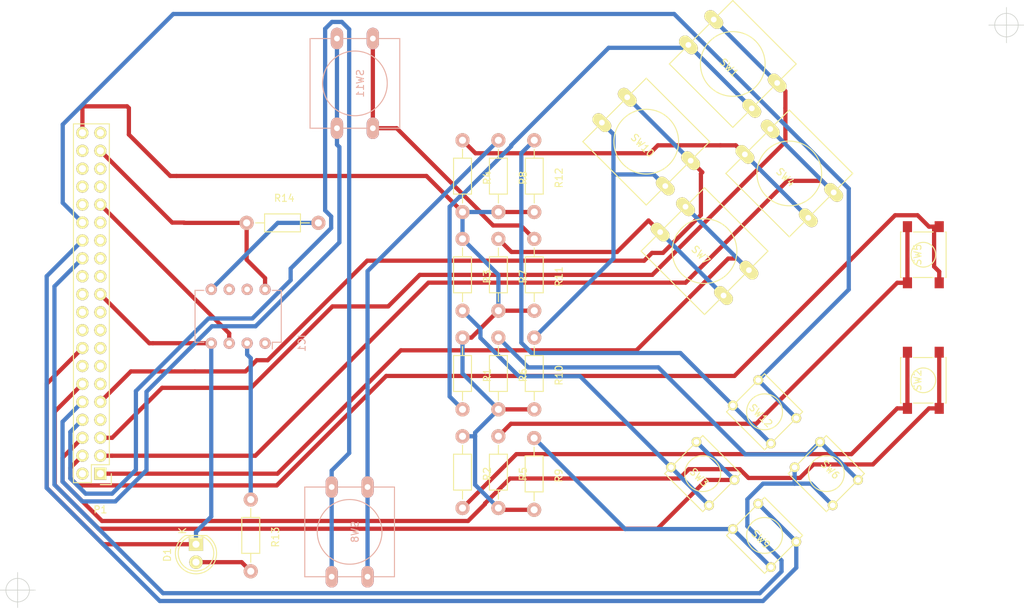
<source format=kicad_pcb>
(kicad_pcb (version 4) (host pcbnew 0.201507290901+6012~27~ubuntu14.04.1-product)

  (general
    (links 76)
    (no_connects 7)
    (area 91.5 15 177.755257 160)
    (thickness 1.6)
    (drawings 6)
    (tracks 267)
    (zones 0)
    (modules 29)
    (nets 51)
  )

  (page A4)
  (layers
    (0 F.Cu signal)
    (31 B.Cu signal)
    (32 B.Adhes user)
    (33 F.Adhes user)
    (34 B.Paste user)
    (35 F.Paste user)
    (36 B.SilkS user)
    (37 F.SilkS user)
    (38 B.Mask user)
    (39 F.Mask user)
    (40 Dwgs.User user)
    (41 Cmts.User user)
    (42 Eco1.User user)
    (43 Eco2.User user)
    (44 Edge.Cuts user)
    (45 Margin user)
    (46 B.CrtYd user)
    (47 F.CrtYd user)
    (48 B.Fab user)
    (49 F.Fab user)
  )

  (setup
    (last_trace_width 0.6)
    (trace_clearance 0.2)
    (zone_clearance 0.508)
    (zone_45_only no)
    (trace_min 0.2)
    (segment_width 0.2)
    (edge_width 0.1)
    (via_size 0.6)
    (via_drill 0.4)
    (via_min_size 0.4)
    (via_min_drill 0.3)
    (uvia_size 0.3)
    (uvia_drill 0.1)
    (uvias_allowed no)
    (uvia_min_size 0.2)
    (uvia_min_drill 0.1)
    (pcb_text_width 0.3)
    (pcb_text_size 1.5 1.5)
    (mod_edge_width 0.15)
    (mod_text_size 1 1)
    (mod_text_width 0.15)
    (pad_size 1.5 1.5)
    (pad_drill 0.6)
    (pad_to_mask_clearance 0)
    (aux_axis_origin 0 0)
    (visible_elements FFFFF77F)
    (pcbplotparams
      (layerselection 0x00130_80000001)
      (usegerberextensions false)
      (excludeedgelayer true)
      (linewidth 0.100000)
      (plotframeref false)
      (viasonmask false)
      (mode 1)
      (useauxorigin false)
      (hpglpennumber 1)
      (hpglpenspeed 20)
      (hpglpendiameter 15)
      (hpglpenoverlay 2)
      (psnegative false)
      (psa4output false)
      (plotreference true)
      (plotvalue true)
      (plotinvisibletext false)
      (padsonsilk false)
      (subtractmaskfromsilk false)
      (outputformat 1)
      (mirror false)
      (drillshape 0)
      (scaleselection 1)
      (outputdirectory Sheet1))
  )

  (net 0 "")
  (net 1 GND)
  (net 2 "Net-(D1-Pad2)")
  (net 3 "Net-(IC1-Pad1)")
  (net 4 "Net-(IC1-Pad2)")
  (net 5 /UART_RX)
  (net 6 "Net-(IC1-Pad5)")
  (net 7 "Net-(IC1-Pad6)")
  (net 8 /CHG_SW)
  (net 9 VCC)
  (net 10 /X)
  (net 11 /B)
  (net 12 /START)
  (net 13 /A)
  (net 14 /SELECT)
  (net 15 /L)
  (net 16 /Y)
  (net 17 /R)
  (net 18 /UP)
  (net 19 "Net-(P1-Pad13)")
  (net 20 "Net-(P1-Pad14)")
  (net 21 "Net-(P1-Pad15)")
  (net 22 "Net-(P1-Pad17)")
  (net 23 "Net-(P1-Pad18)")
  (net 24 "Net-(P1-Pad19)")
  (net 25 "Net-(P1-Pad20)")
  (net 26 "Net-(P1-Pad22)")
  (net 27 "Net-(P1-Pad23)")
  (net 28 VDD)
  (net 29 "Net-(P1-Pad25)")
  (net 30 /DOWN)
  (net 31 "Net-(P1-Pad27)")
  (net 32 /LEFT)
  (net 33 "Net-(P1-Pad29)")
  (net 34 /RIGHT)
  (net 35 /UART_TX)
  (net 36 "Net-(P1-Pad34)")
  (net 37 "Net-(P1-Pad36)")
  (net 38 "Net-(P1-Pad38)")
  (net 39 "Net-(R1-Pad2)")
  (net 40 "Net-(R2-Pad2)")
  (net 41 "Net-(R3-Pad2)")
  (net 42 "Net-(R4-Pad1)")
  (net 43 "Net-(R5-Pad1)")
  (net 44 "Net-(R6-Pad1)")
  (net 45 "Net-(R7-Pad1)")
  (net 46 "Net-(R8-Pad1)")
  (net 47 "Net-(R9-Pad1)")
  (net 48 "Net-(R10-Pad1)")
  (net 49 "Net-(R11-Pad1)")
  (net 50 "Net-(R12-Pad1)")

  (net_class Default "This is the default net class."
    (clearance 0.2)
    (trace_width 0.6)
    (via_dia 0.6)
    (via_drill 0.4)
    (uvia_dia 0.3)
    (uvia_drill 0.1)
    (add_net /A)
    (add_net /B)
    (add_net /CHG_SW)
    (add_net /DOWN)
    (add_net /L)
    (add_net /LEFT)
    (add_net /R)
    (add_net /RIGHT)
    (add_net /SELECT)
    (add_net /START)
    (add_net /UART_RX)
    (add_net /UART_TX)
    (add_net /UP)
    (add_net /X)
    (add_net /Y)
    (add_net GND)
    (add_net "Net-(D1-Pad2)")
    (add_net "Net-(IC1-Pad1)")
    (add_net "Net-(IC1-Pad2)")
    (add_net "Net-(IC1-Pad5)")
    (add_net "Net-(IC1-Pad6)")
    (add_net "Net-(P1-Pad13)")
    (add_net "Net-(P1-Pad14)")
    (add_net "Net-(P1-Pad15)")
    (add_net "Net-(P1-Pad17)")
    (add_net "Net-(P1-Pad18)")
    (add_net "Net-(P1-Pad19)")
    (add_net "Net-(P1-Pad20)")
    (add_net "Net-(P1-Pad22)")
    (add_net "Net-(P1-Pad23)")
    (add_net "Net-(P1-Pad25)")
    (add_net "Net-(P1-Pad27)")
    (add_net "Net-(P1-Pad29)")
    (add_net "Net-(P1-Pad34)")
    (add_net "Net-(P1-Pad36)")
    (add_net "Net-(P1-Pad38)")
    (add_net "Net-(R1-Pad2)")
    (add_net "Net-(R10-Pad1)")
    (add_net "Net-(R11-Pad1)")
    (add_net "Net-(R12-Pad1)")
    (add_net "Net-(R2-Pad2)")
    (add_net "Net-(R3-Pad2)")
    (add_net "Net-(R4-Pad1)")
    (add_net "Net-(R5-Pad1)")
    (add_net "Net-(R6-Pad1)")
    (add_net "Net-(R7-Pad1)")
    (add_net "Net-(R8-Pad1)")
    (add_net "Net-(R9-Pad1)")
    (add_net VCC)
    (add_net VDD)
  )

  (module LEDs:LED-5MM (layer F.Cu) (tedit 5570F7EA) (tstamp 55B6860B)
    (at 38.75 88 270)
    (descr "LED 5mm round vertical")
    (tags "LED 5mm round vertical")
    (path /55A119DD)
    (fp_text reference D1 (at 1.524 4.064 270) (layer F.SilkS)
      (effects (font (size 1 1) (thickness 0.15)))
    )
    (fp_text value LED (at 1.524 -3.937 270) (layer F.Fab)
      (effects (font (size 1 1) (thickness 0.15)))
    )
    (fp_line (start -1.5 -1.55) (end -1.5 1.55) (layer F.CrtYd) (width 0.05))
    (fp_arc (start 1.3 0) (end -1.5 1.55) (angle -302) (layer F.CrtYd) (width 0.05))
    (fp_arc (start 1.27 0) (end -1.23 -1.5) (angle 297.5) (layer F.SilkS) (width 0.15))
    (fp_line (start -1.23 1.5) (end -1.23 -1.5) (layer F.SilkS) (width 0.15))
    (fp_circle (center 1.27 0) (end 0.97 -2.5) (layer F.SilkS) (width 0.15))
    (fp_text user K (at -1.905 1.905 270) (layer F.SilkS)
      (effects (font (size 1 1) (thickness 0.15)))
    )
    (pad 1 thru_hole rect (at 0 0) (size 2 1.9) (drill 1.00076) (layers *.Cu *.Mask F.SilkS)
      (net 1 GND))
    (pad 2 thru_hole circle (at 2.54 0 270) (size 1.9 1.9) (drill 1.00076) (layers *.Cu *.Mask F.SilkS)
      (net 2 "Net-(D1-Pad2)"))
    (model LEDs.3dshapes/LED-5MM.wrl
      (at (xyz 0.05 0 0))
      (scale (xyz 1 1 1))
      (rotate (xyz 0 0 90))
    )
  )

  (module Housings_DIP:DIP-8_W7.62mm (layer B.Cu) (tedit 54130A77) (tstamp 55B68617)
    (at 48.53 59.54 90)
    (descr "8-lead dip package, row spacing 7.62 mm (300 mils)")
    (tags "dil dip 2.54 300")
    (path /55A1167F)
    (fp_text reference IC1 (at 0 5.22 90) (layer B.SilkS)
      (effects (font (size 1 1) (thickness 0.15)) (justify mirror))
    )
    (fp_text value ATTINY85-P (at 0 3.72 90) (layer B.Fab)
      (effects (font (size 1 1) (thickness 0.15)) (justify mirror))
    )
    (fp_line (start -1.05 2.45) (end -1.05 -10.1) (layer B.CrtYd) (width 0.05))
    (fp_line (start 8.65 2.45) (end 8.65 -10.1) (layer B.CrtYd) (width 0.05))
    (fp_line (start -1.05 2.45) (end 8.65 2.45) (layer B.CrtYd) (width 0.05))
    (fp_line (start -1.05 -10.1) (end 8.65 -10.1) (layer B.CrtYd) (width 0.05))
    (fp_line (start 0.135 2.295) (end 0.135 1.025) (layer B.SilkS) (width 0.15))
    (fp_line (start 7.485 2.295) (end 7.485 1.025) (layer B.SilkS) (width 0.15))
    (fp_line (start 7.485 -9.915) (end 7.485 -8.645) (layer B.SilkS) (width 0.15))
    (fp_line (start 0.135 -9.915) (end 0.135 -8.645) (layer B.SilkS) (width 0.15))
    (fp_line (start 0.135 2.295) (end 7.485 2.295) (layer B.SilkS) (width 0.15))
    (fp_line (start 0.135 -9.915) (end 7.485 -9.915) (layer B.SilkS) (width 0.15))
    (fp_line (start 0.135 1.025) (end -0.8 1.025) (layer B.SilkS) (width 0.15))
    (pad 1 thru_hole oval (at 0 0 90) (size 1.6 1.6) (drill 0.8) (layers *.Cu *.Mask B.SilkS)
      (net 3 "Net-(IC1-Pad1)"))
    (pad 2 thru_hole oval (at 0 -2.54 90) (size 1.6 1.6) (drill 0.8) (layers *.Cu *.Mask B.SilkS)
      (net 4 "Net-(IC1-Pad2)"))
    (pad 3 thru_hole oval (at 0 -5.08 90) (size 1.6 1.6) (drill 0.8) (layers *.Cu *.Mask B.SilkS)
      (net 5 /UART_RX))
    (pad 4 thru_hole oval (at 0 -7.62 90) (size 1.6 1.6) (drill 0.8) (layers *.Cu *.Mask B.SilkS)
      (net 1 GND))
    (pad 5 thru_hole oval (at 7.62 -7.62 90) (size 1.6 1.6) (drill 0.8) (layers *.Cu *.Mask B.SilkS)
      (net 6 "Net-(IC1-Pad5)"))
    (pad 6 thru_hole oval (at 7.62 -5.08 90) (size 1.6 1.6) (drill 0.8) (layers *.Cu *.Mask B.SilkS)
      (net 7 "Net-(IC1-Pad6)"))
    (pad 7 thru_hole oval (at 7.62 -2.54 90) (size 1.6 1.6) (drill 0.8) (layers *.Cu *.Mask B.SilkS)
      (net 8 /CHG_SW))
    (pad 8 thru_hole oval (at 7.62 0 90) (size 1.6 1.6) (drill 0.8) (layers *.Cu *.Mask B.SilkS)
      (net 9 VCC))
    (model Housings_DIP.3dshapes/DIP-8_W7.62mm.wrl
      (at (xyz 0 0 0))
      (scale (xyz 1 1 1))
      (rotate (xyz 0 0 0))
    )
  )

  (module Pin_Headers:Pin_Header_Straight_2x20 (layer F.Cu) (tedit 0) (tstamp 55B68643)
    (at 25.21 78.01 180)
    (descr "Through hole pin header")
    (tags "pin header")
    (path /55B6AD10)
    (fp_text reference P1 (at 0 -5.1 180) (layer F.SilkS)
      (effects (font (size 1 1) (thickness 0.15)))
    )
    (fp_text value CONN_02X20 (at 0 -3.1 180) (layer F.Fab)
      (effects (font (size 1 1) (thickness 0.15)))
    )
    (fp_line (start -1.75 -1.75) (end -1.75 50.05) (layer F.CrtYd) (width 0.05))
    (fp_line (start 4.3 -1.75) (end 4.3 50.05) (layer F.CrtYd) (width 0.05))
    (fp_line (start -1.75 -1.75) (end 4.3 -1.75) (layer F.CrtYd) (width 0.05))
    (fp_line (start -1.75 50.05) (end 4.3 50.05) (layer F.CrtYd) (width 0.05))
    (fp_line (start 3.81 49.53) (end 3.81 -1.27) (layer F.SilkS) (width 0.15))
    (fp_line (start -1.27 1.27) (end -1.27 49.53) (layer F.SilkS) (width 0.15))
    (fp_line (start 3.81 49.53) (end -1.27 49.53) (layer F.SilkS) (width 0.15))
    (fp_line (start 3.81 -1.27) (end 1.27 -1.27) (layer F.SilkS) (width 0.15))
    (fp_line (start 0 -1.55) (end -1.55 -1.55) (layer F.SilkS) (width 0.15))
    (fp_line (start 1.27 -1.27) (end 1.27 1.27) (layer F.SilkS) (width 0.15))
    (fp_line (start 1.27 1.27) (end -1.27 1.27) (layer F.SilkS) (width 0.15))
    (fp_line (start -1.55 -1.55) (end -1.55 0) (layer F.SilkS) (width 0.15))
    (pad 1 thru_hole rect (at 0 0 180) (size 1.7272 1.7272) (drill 1.016) (layers *.Cu *.Mask F.SilkS)
      (net 10 /X))
    (pad 2 thru_hole oval (at 2.54 0 180) (size 1.7272 1.7272) (drill 1.016) (layers *.Cu *.Mask F.SilkS)
      (net 1 GND))
    (pad 3 thru_hole oval (at 0 2.54 180) (size 1.7272 1.7272) (drill 1.016) (layers *.Cu *.Mask F.SilkS)
      (net 11 /B))
    (pad 4 thru_hole oval (at 2.54 2.54 180) (size 1.7272 1.7272) (drill 1.016) (layers *.Cu *.Mask F.SilkS)
      (net 12 /START))
    (pad 5 thru_hole oval (at 0 5.08 180) (size 1.7272 1.7272) (drill 1.016) (layers *.Cu *.Mask F.SilkS)
      (net 13 /A))
    (pad 6 thru_hole oval (at 2.54 5.08 180) (size 1.7272 1.7272) (drill 1.016) (layers *.Cu *.Mask F.SilkS)
      (net 14 /SELECT))
    (pad 7 thru_hole oval (at 0 7.62 180) (size 1.7272 1.7272) (drill 1.016) (layers *.Cu *.Mask F.SilkS)
      (net 1 GND))
    (pad 8 thru_hole oval (at 2.54 7.62 180) (size 1.7272 1.7272) (drill 1.016) (layers *.Cu *.Mask F.SilkS)
      (net 15 /L))
    (pad 9 thru_hole oval (at 0 10.16 180) (size 1.7272 1.7272) (drill 1.016) (layers *.Cu *.Mask F.SilkS)
      (net 16 /Y))
    (pad 10 thru_hole oval (at 2.54 10.16 180) (size 1.7272 1.7272) (drill 1.016) (layers *.Cu *.Mask F.SilkS)
      (net 17 /R))
    (pad 11 thru_hole oval (at 0 12.7 180) (size 1.7272 1.7272) (drill 1.016) (layers *.Cu *.Mask F.SilkS)
      (net 1 GND))
    (pad 12 thru_hole oval (at 2.54 12.7 180) (size 1.7272 1.7272) (drill 1.016) (layers *.Cu *.Mask F.SilkS)
      (net 18 /UP))
    (pad 13 thru_hole oval (at 0 15.24 180) (size 1.7272 1.7272) (drill 1.016) (layers *.Cu *.Mask F.SilkS)
      (net 19 "Net-(P1-Pad13)"))
    (pad 14 thru_hole oval (at 2.54 15.24 180) (size 1.7272 1.7272) (drill 1.016) (layers *.Cu *.Mask F.SilkS)
      (net 20 "Net-(P1-Pad14)"))
    (pad 15 thru_hole oval (at 0 17.78 180) (size 1.7272 1.7272) (drill 1.016) (layers *.Cu *.Mask F.SilkS)
      (net 21 "Net-(P1-Pad15)"))
    (pad 16 thru_hole oval (at 2.54 17.78 180) (size 1.7272 1.7272) (drill 1.016) (layers *.Cu *.Mask F.SilkS)
      (net 1 GND))
    (pad 17 thru_hole oval (at 0 20.32 180) (size 1.7272 1.7272) (drill 1.016) (layers *.Cu *.Mask F.SilkS)
      (net 22 "Net-(P1-Pad17)"))
    (pad 18 thru_hole oval (at 2.54 20.32 180) (size 1.7272 1.7272) (drill 1.016) (layers *.Cu *.Mask F.SilkS)
      (net 23 "Net-(P1-Pad18)"))
    (pad 19 thru_hole oval (at 0 22.86 180) (size 1.7272 1.7272) (drill 1.016) (layers *.Cu *.Mask F.SilkS)
      (net 24 "Net-(P1-Pad19)"))
    (pad 20 thru_hole oval (at 2.54 22.86 180) (size 1.7272 1.7272) (drill 1.016) (layers *.Cu *.Mask F.SilkS)
      (net 25 "Net-(P1-Pad20)"))
    (pad 21 thru_hole oval (at 0 25.4 180) (size 1.7272 1.7272) (drill 1.016) (layers *.Cu *.Mask F.SilkS)
      (net 1 GND))
    (pad 22 thru_hole oval (at 2.54 25.4 180) (size 1.7272 1.7272) (drill 1.016) (layers *.Cu *.Mask F.SilkS)
      (net 26 "Net-(P1-Pad22)"))
    (pad 23 thru_hole oval (at 0 27.94 180) (size 1.7272 1.7272) (drill 1.016) (layers *.Cu *.Mask F.SilkS)
      (net 27 "Net-(P1-Pad23)"))
    (pad 24 thru_hole oval (at 2.54 27.94 180) (size 1.7272 1.7272) (drill 1.016) (layers *.Cu *.Mask F.SilkS)
      (net 28 VDD))
    (pad 25 thru_hole oval (at 0 30.48 180) (size 1.7272 1.7272) (drill 1.016) (layers *.Cu *.Mask F.SilkS)
      (net 29 "Net-(P1-Pad25)"))
    (pad 26 thru_hole oval (at 2.54 30.48 180) (size 1.7272 1.7272) (drill 1.016) (layers *.Cu *.Mask F.SilkS)
      (net 30 /DOWN))
    (pad 27 thru_hole oval (at 0 33.02 180) (size 1.7272 1.7272) (drill 1.016) (layers *.Cu *.Mask F.SilkS)
      (net 31 "Net-(P1-Pad27)"))
    (pad 28 thru_hole oval (at 2.54 33.02 180) (size 1.7272 1.7272) (drill 1.016) (layers *.Cu *.Mask F.SilkS)
      (net 32 /LEFT))
    (pad 29 thru_hole oval (at 0 35.56 180) (size 1.7272 1.7272) (drill 1.016) (layers *.Cu *.Mask F.SilkS)
      (net 33 "Net-(P1-Pad29)"))
    (pad 30 thru_hole oval (at 2.54 35.56 180) (size 1.7272 1.7272) (drill 1.016) (layers *.Cu *.Mask F.SilkS)
      (net 34 /RIGHT))
    (pad 31 thru_hole oval (at 0 38.1 180) (size 1.7272 1.7272) (drill 1.016) (layers *.Cu *.Mask F.SilkS)
      (net 5 /UART_RX))
    (pad 32 thru_hole oval (at 2.54 38.1 180) (size 1.7272 1.7272) (drill 1.016) (layers *.Cu *.Mask F.SilkS)
      (net 1 GND))
    (pad 33 thru_hole oval (at 0 40.64 180) (size 1.7272 1.7272) (drill 1.016) (layers *.Cu *.Mask F.SilkS)
      (net 35 /UART_TX))
    (pad 34 thru_hole oval (at 2.54 40.64 180) (size 1.7272 1.7272) (drill 1.016) (layers *.Cu *.Mask F.SilkS)
      (net 36 "Net-(P1-Pad34)"))
    (pad 35 thru_hole oval (at 0 43.18 180) (size 1.7272 1.7272) (drill 1.016) (layers *.Cu *.Mask F.SilkS)
      (net 1 GND))
    (pad 36 thru_hole oval (at 2.54 43.18 180) (size 1.7272 1.7272) (drill 1.016) (layers *.Cu *.Mask F.SilkS)
      (net 37 "Net-(P1-Pad36)"))
    (pad 37 thru_hole oval (at 0 45.72 180) (size 1.7272 1.7272) (drill 1.016) (layers *.Cu *.Mask F.SilkS)
      (net 9 VCC))
    (pad 38 thru_hole oval (at 2.54 45.72 180) (size 1.7272 1.7272) (drill 1.016) (layers *.Cu *.Mask F.SilkS)
      (net 38 "Net-(P1-Pad38)"))
    (pad 39 thru_hole oval (at 0 48.26 180) (size 1.7272 1.7272) (drill 1.016) (layers *.Cu *.Mask F.SilkS)
      (net 9 VCC))
    (pad 40 thru_hole oval (at 2.54 48.26 180) (size 1.7272 1.7272) (drill 1.016) (layers *.Cu *.Mask F.SilkS)
      (net 28 VDD))
    (model Pin_Headers.3dshapes/Pin_Header_Straight_2x20.wrl
      (at (xyz 0.05 -0.95 0))
      (scale (xyz 1 1 1))
      (rotate (xyz 0 0 90))
    )
  )

  (module Resistors_ThroughHole:Resistor_Horizontal_RM10mm (layer F.Cu) (tedit 53F56209) (tstamp 55B68649)
    (at 76.485 63.825 270)
    (descr "Resistor, Axial,  RM 10mm, 1/3W,")
    (tags "Resistor, Axial, RM 10mm, 1/3W,")
    (path /55A10F87)
    (fp_text reference R1 (at 0.24892 -3.50012 270) (layer F.SilkS)
      (effects (font (size 1 1) (thickness 0.15)))
    )
    (fp_text value 10K (at 3.81 3.81 270) (layer F.Fab)
      (effects (font (size 1 1) (thickness 0.15)))
    )
    (fp_line (start -2.54 -1.27) (end 2.54 -1.27) (layer F.SilkS) (width 0.15))
    (fp_line (start 2.54 -1.27) (end 2.54 1.27) (layer F.SilkS) (width 0.15))
    (fp_line (start 2.54 1.27) (end -2.54 1.27) (layer F.SilkS) (width 0.15))
    (fp_line (start -2.54 1.27) (end -2.54 -1.27) (layer F.SilkS) (width 0.15))
    (fp_line (start -2.54 0) (end -3.81 0) (layer F.SilkS) (width 0.15))
    (fp_line (start 2.54 0) (end 3.81 0) (layer F.SilkS) (width 0.15))
    (pad 1 thru_hole circle (at -5.08 0 270) (size 1.99898 1.99898) (drill 1.00076) (layers *.Cu *.SilkS *.Mask)
      (net 28 VDD))
    (pad 2 thru_hole circle (at 5.08 0 270) (size 1.99898 1.99898) (drill 1.00076) (layers *.Cu *.SilkS *.Mask)
      (net 39 "Net-(R1-Pad2)"))
    (model Resistors_ThroughHole.3dshapes/Resistor_Horizontal_RM10mm.wrl
      (at (xyz 0 0 0))
      (scale (xyz 0.4 0.4 0.4))
      (rotate (xyz 0 0 0))
    )
  )

  (module Resistors_ThroughHole:Resistor_Horizontal_RM10mm (layer F.Cu) (tedit 53F56209) (tstamp 55B6864F)
    (at 76.485 77.795 270)
    (descr "Resistor, Axial,  RM 10mm, 1/3W,")
    (tags "Resistor, Axial, RM 10mm, 1/3W,")
    (path /55A111CB)
    (fp_text reference R2 (at 0.24892 -3.50012 270) (layer F.SilkS)
      (effects (font (size 1 1) (thickness 0.15)))
    )
    (fp_text value 10K (at 3.81 3.81 270) (layer F.Fab)
      (effects (font (size 1 1) (thickness 0.15)))
    )
    (fp_line (start -2.54 -1.27) (end 2.54 -1.27) (layer F.SilkS) (width 0.15))
    (fp_line (start 2.54 -1.27) (end 2.54 1.27) (layer F.SilkS) (width 0.15))
    (fp_line (start 2.54 1.27) (end -2.54 1.27) (layer F.SilkS) (width 0.15))
    (fp_line (start -2.54 1.27) (end -2.54 -1.27) (layer F.SilkS) (width 0.15))
    (fp_line (start -2.54 0) (end -3.81 0) (layer F.SilkS) (width 0.15))
    (fp_line (start 2.54 0) (end 3.81 0) (layer F.SilkS) (width 0.15))
    (pad 1 thru_hole circle (at -5.08 0 270) (size 1.99898 1.99898) (drill 1.00076) (layers *.Cu *.SilkS *.Mask)
      (net 28 VDD))
    (pad 2 thru_hole circle (at 5.08 0 270) (size 1.99898 1.99898) (drill 1.00076) (layers *.Cu *.SilkS *.Mask)
      (net 40 "Net-(R2-Pad2)"))
    (model Resistors_ThroughHole.3dshapes/Resistor_Horizontal_RM10mm.wrl
      (at (xyz 0 0 0))
      (scale (xyz 0.4 0.4 0.4))
      (rotate (xyz 0 0 0))
    )
  )

  (module Resistors_ThroughHole:Resistor_Horizontal_RM10mm (layer F.Cu) (tedit 53F56209) (tstamp 55B68655)
    (at 76.485 49.855 270)
    (descr "Resistor, Axial,  RM 10mm, 1/3W,")
    (tags "Resistor, Axial, RM 10mm, 1/3W,")
    (path /55A1121B)
    (fp_text reference R3 (at 0.24892 -3.50012 270) (layer F.SilkS)
      (effects (font (size 1 1) (thickness 0.15)))
    )
    (fp_text value 10K (at 3.81 3.81 270) (layer F.Fab)
      (effects (font (size 1 1) (thickness 0.15)))
    )
    (fp_line (start -2.54 -1.27) (end 2.54 -1.27) (layer F.SilkS) (width 0.15))
    (fp_line (start 2.54 -1.27) (end 2.54 1.27) (layer F.SilkS) (width 0.15))
    (fp_line (start 2.54 1.27) (end -2.54 1.27) (layer F.SilkS) (width 0.15))
    (fp_line (start -2.54 1.27) (end -2.54 -1.27) (layer F.SilkS) (width 0.15))
    (fp_line (start -2.54 0) (end -3.81 0) (layer F.SilkS) (width 0.15))
    (fp_line (start 2.54 0) (end 3.81 0) (layer F.SilkS) (width 0.15))
    (pad 1 thru_hole circle (at -5.08 0 270) (size 1.99898 1.99898) (drill 1.00076) (layers *.Cu *.SilkS *.Mask)
      (net 28 VDD))
    (pad 2 thru_hole circle (at 5.08 0 270) (size 1.99898 1.99898) (drill 1.00076) (layers *.Cu *.SilkS *.Mask)
      (net 41 "Net-(R3-Pad2)"))
    (model Resistors_ThroughHole.3dshapes/Resistor_Horizontal_RM10mm.wrl
      (at (xyz 0 0 0))
      (scale (xyz 0.4 0.4 0.4))
      (rotate (xyz 0 0 0))
    )
  )

  (module Resistors_ThroughHole:Resistor_Horizontal_RM10mm (layer F.Cu) (tedit 53F56209) (tstamp 55B6865B)
    (at 76.485 35.885 270)
    (descr "Resistor, Axial,  RM 10mm, 1/3W,")
    (tags "Resistor, Axial, RM 10mm, 1/3W,")
    (path /55A10FD7)
    (fp_text reference R4 (at 0.24892 -3.50012 270) (layer F.SilkS)
      (effects (font (size 1 1) (thickness 0.15)))
    )
    (fp_text value 10K (at 3.81 3.81 270) (layer F.Fab)
      (effects (font (size 1 1) (thickness 0.15)))
    )
    (fp_line (start -2.54 -1.27) (end 2.54 -1.27) (layer F.SilkS) (width 0.15))
    (fp_line (start 2.54 -1.27) (end 2.54 1.27) (layer F.SilkS) (width 0.15))
    (fp_line (start 2.54 1.27) (end -2.54 1.27) (layer F.SilkS) (width 0.15))
    (fp_line (start -2.54 1.27) (end -2.54 -1.27) (layer F.SilkS) (width 0.15))
    (fp_line (start -2.54 0) (end -3.81 0) (layer F.SilkS) (width 0.15))
    (fp_line (start 2.54 0) (end 3.81 0) (layer F.SilkS) (width 0.15))
    (pad 1 thru_hole circle (at -5.08 0 270) (size 1.99898 1.99898) (drill 1.00076) (layers *.Cu *.SilkS *.Mask)
      (net 42 "Net-(R4-Pad1)"))
    (pad 2 thru_hole circle (at 5.08 0 270) (size 1.99898 1.99898) (drill 1.00076) (layers *.Cu *.SilkS *.Mask)
      (net 28 VDD))
    (model Resistors_ThroughHole.3dshapes/Resistor_Horizontal_RM10mm.wrl
      (at (xyz 0 0 0))
      (scale (xyz 0.4 0.4 0.4))
      (rotate (xyz 0 0 0))
    )
  )

  (module Resistors_ThroughHole:Resistor_Horizontal_RM10mm (layer F.Cu) (tedit 53F56209) (tstamp 55B68661)
    (at 81.565 77.795 270)
    (descr "Resistor, Axial,  RM 10mm, 1/3W,")
    (tags "Resistor, Axial, RM 10mm, 1/3W,")
    (path /55A111D1)
    (fp_text reference R5 (at 0.24892 -3.50012 270) (layer F.SilkS)
      (effects (font (size 1 1) (thickness 0.15)))
    )
    (fp_text value 10K (at 3.81 3.81 270) (layer F.Fab)
      (effects (font (size 1 1) (thickness 0.15)))
    )
    (fp_line (start -2.54 -1.27) (end 2.54 -1.27) (layer F.SilkS) (width 0.15))
    (fp_line (start 2.54 -1.27) (end 2.54 1.27) (layer F.SilkS) (width 0.15))
    (fp_line (start 2.54 1.27) (end -2.54 1.27) (layer F.SilkS) (width 0.15))
    (fp_line (start -2.54 1.27) (end -2.54 -1.27) (layer F.SilkS) (width 0.15))
    (fp_line (start -2.54 0) (end -3.81 0) (layer F.SilkS) (width 0.15))
    (fp_line (start 2.54 0) (end 3.81 0) (layer F.SilkS) (width 0.15))
    (pad 1 thru_hole circle (at -5.08 0 270) (size 1.99898 1.99898) (drill 1.00076) (layers *.Cu *.SilkS *.Mask)
      (net 43 "Net-(R5-Pad1)"))
    (pad 2 thru_hole circle (at 5.08 0 270) (size 1.99898 1.99898) (drill 1.00076) (layers *.Cu *.SilkS *.Mask)
      (net 28 VDD))
    (model Resistors_ThroughHole.3dshapes/Resistor_Horizontal_RM10mm.wrl
      (at (xyz 0 0 0))
      (scale (xyz 0.4 0.4 0.4))
      (rotate (xyz 0 0 0))
    )
  )

  (module Resistors_ThroughHole:Resistor_Horizontal_RM10mm (layer F.Cu) (tedit 53F56209) (tstamp 55B68667)
    (at 81.565 63.825 270)
    (descr "Resistor, Axial,  RM 10mm, 1/3W,")
    (tags "Resistor, Axial, RM 10mm, 1/3W,")
    (path /55A11221)
    (fp_text reference R6 (at 0.24892 -3.50012 270) (layer F.SilkS)
      (effects (font (size 1 1) (thickness 0.15)))
    )
    (fp_text value 10K (at 3.81 3.81 270) (layer F.Fab)
      (effects (font (size 1 1) (thickness 0.15)))
    )
    (fp_line (start -2.54 -1.27) (end 2.54 -1.27) (layer F.SilkS) (width 0.15))
    (fp_line (start 2.54 -1.27) (end 2.54 1.27) (layer F.SilkS) (width 0.15))
    (fp_line (start 2.54 1.27) (end -2.54 1.27) (layer F.SilkS) (width 0.15))
    (fp_line (start -2.54 1.27) (end -2.54 -1.27) (layer F.SilkS) (width 0.15))
    (fp_line (start -2.54 0) (end -3.81 0) (layer F.SilkS) (width 0.15))
    (fp_line (start 2.54 0) (end 3.81 0) (layer F.SilkS) (width 0.15))
    (pad 1 thru_hole circle (at -5.08 0 270) (size 1.99898 1.99898) (drill 1.00076) (layers *.Cu *.SilkS *.Mask)
      (net 44 "Net-(R6-Pad1)"))
    (pad 2 thru_hole circle (at 5.08 0 270) (size 1.99898 1.99898) (drill 1.00076) (layers *.Cu *.SilkS *.Mask)
      (net 28 VDD))
    (model Resistors_ThroughHole.3dshapes/Resistor_Horizontal_RM10mm.wrl
      (at (xyz 0 0 0))
      (scale (xyz 0.4 0.4 0.4))
      (rotate (xyz 0 0 0))
    )
  )

  (module Resistors_ThroughHole:Resistor_Horizontal_RM10mm (layer F.Cu) (tedit 53F56209) (tstamp 55B6866D)
    (at 81.565 49.855 270)
    (descr "Resistor, Axial,  RM 10mm, 1/3W,")
    (tags "Resistor, Axial, RM 10mm, 1/3W,")
    (path /55A10FE6)
    (fp_text reference R7 (at 0.24892 -3.50012 270) (layer F.SilkS)
      (effects (font (size 1 1) (thickness 0.15)))
    )
    (fp_text value 10K (at 3.81 3.81 270) (layer F.Fab)
      (effects (font (size 1 1) (thickness 0.15)))
    )
    (fp_line (start -2.54 -1.27) (end 2.54 -1.27) (layer F.SilkS) (width 0.15))
    (fp_line (start 2.54 -1.27) (end 2.54 1.27) (layer F.SilkS) (width 0.15))
    (fp_line (start 2.54 1.27) (end -2.54 1.27) (layer F.SilkS) (width 0.15))
    (fp_line (start -2.54 1.27) (end -2.54 -1.27) (layer F.SilkS) (width 0.15))
    (fp_line (start -2.54 0) (end -3.81 0) (layer F.SilkS) (width 0.15))
    (fp_line (start 2.54 0) (end 3.81 0) (layer F.SilkS) (width 0.15))
    (pad 1 thru_hole circle (at -5.08 0 270) (size 1.99898 1.99898) (drill 1.00076) (layers *.Cu *.SilkS *.Mask)
      (net 45 "Net-(R7-Pad1)"))
    (pad 2 thru_hole circle (at 5.08 0 270) (size 1.99898 1.99898) (drill 1.00076) (layers *.Cu *.SilkS *.Mask)
      (net 28 VDD))
    (model Resistors_ThroughHole.3dshapes/Resistor_Horizontal_RM10mm.wrl
      (at (xyz 0 0 0))
      (scale (xyz 0.4 0.4 0.4))
      (rotate (xyz 0 0 0))
    )
  )

  (module Resistors_ThroughHole:Resistor_Horizontal_RM10mm (layer F.Cu) (tedit 53F56209) (tstamp 55B68673)
    (at 81.565 35.885 270)
    (descr "Resistor, Axial,  RM 10mm, 1/3W,")
    (tags "Resistor, Axial, RM 10mm, 1/3W,")
    (path /55A111D7)
    (fp_text reference R8 (at 0.24892 -3.50012 270) (layer F.SilkS)
      (effects (font (size 1 1) (thickness 0.15)))
    )
    (fp_text value 10K (at 3.81 3.81 270) (layer F.Fab)
      (effects (font (size 1 1) (thickness 0.15)))
    )
    (fp_line (start -2.54 -1.27) (end 2.54 -1.27) (layer F.SilkS) (width 0.15))
    (fp_line (start 2.54 -1.27) (end 2.54 1.27) (layer F.SilkS) (width 0.15))
    (fp_line (start 2.54 1.27) (end -2.54 1.27) (layer F.SilkS) (width 0.15))
    (fp_line (start -2.54 1.27) (end -2.54 -1.27) (layer F.SilkS) (width 0.15))
    (fp_line (start -2.54 0) (end -3.81 0) (layer F.SilkS) (width 0.15))
    (fp_line (start 2.54 0) (end 3.81 0) (layer F.SilkS) (width 0.15))
    (pad 1 thru_hole circle (at -5.08 0 270) (size 1.99898 1.99898) (drill 1.00076) (layers *.Cu *.SilkS *.Mask)
      (net 46 "Net-(R8-Pad1)"))
    (pad 2 thru_hole circle (at 5.08 0 270) (size 1.99898 1.99898) (drill 1.00076) (layers *.Cu *.SilkS *.Mask)
      (net 28 VDD))
    (model Resistors_ThroughHole.3dshapes/Resistor_Horizontal_RM10mm.wrl
      (at (xyz 0 0 0))
      (scale (xyz 0.4 0.4 0.4))
      (rotate (xyz 0 0 0))
    )
  )

  (module Resistors_ThroughHole:Resistor_Horizontal_RM10mm (layer F.Cu) (tedit 53F56209) (tstamp 55B68679)
    (at 86.625 78.045 270)
    (descr "Resistor, Axial,  RM 10mm, 1/3W,")
    (tags "Resistor, Axial, RM 10mm, 1/3W,")
    (path /55A11227)
    (fp_text reference R9 (at 0.24892 -3.50012 270) (layer F.SilkS)
      (effects (font (size 1 1) (thickness 0.15)))
    )
    (fp_text value 10K (at 3.81 3.81 270) (layer F.Fab)
      (effects (font (size 1 1) (thickness 0.15)))
    )
    (fp_line (start -2.54 -1.27) (end 2.54 -1.27) (layer F.SilkS) (width 0.15))
    (fp_line (start 2.54 -1.27) (end 2.54 1.27) (layer F.SilkS) (width 0.15))
    (fp_line (start 2.54 1.27) (end -2.54 1.27) (layer F.SilkS) (width 0.15))
    (fp_line (start -2.54 1.27) (end -2.54 -1.27) (layer F.SilkS) (width 0.15))
    (fp_line (start -2.54 0) (end -3.81 0) (layer F.SilkS) (width 0.15))
    (fp_line (start 2.54 0) (end 3.81 0) (layer F.SilkS) (width 0.15))
    (pad 1 thru_hole circle (at -5.08 0 270) (size 1.99898 1.99898) (drill 1.00076) (layers *.Cu *.SilkS *.Mask)
      (net 47 "Net-(R9-Pad1)"))
    (pad 2 thru_hole circle (at 5.08 0 270) (size 1.99898 1.99898) (drill 1.00076) (layers *.Cu *.SilkS *.Mask)
      (net 28 VDD))
    (model Resistors_ThroughHole.3dshapes/Resistor_Horizontal_RM10mm.wrl
      (at (xyz 0 0 0))
      (scale (xyz 0.4 0.4 0.4))
      (rotate (xyz 0 0 0))
    )
  )

  (module Resistors_ThroughHole:Resistor_Horizontal_RM10mm (layer F.Cu) (tedit 53F56209) (tstamp 55B6867F)
    (at 86.645 63.825 270)
    (descr "Resistor, Axial,  RM 10mm, 1/3W,")
    (tags "Resistor, Axial, RM 10mm, 1/3W,")
    (path /55A10FF5)
    (fp_text reference R10 (at 0.24892 -3.50012 270) (layer F.SilkS)
      (effects (font (size 1 1) (thickness 0.15)))
    )
    (fp_text value 10K (at 3.81 3.81 270) (layer F.Fab)
      (effects (font (size 1 1) (thickness 0.15)))
    )
    (fp_line (start -2.54 -1.27) (end 2.54 -1.27) (layer F.SilkS) (width 0.15))
    (fp_line (start 2.54 -1.27) (end 2.54 1.27) (layer F.SilkS) (width 0.15))
    (fp_line (start 2.54 1.27) (end -2.54 1.27) (layer F.SilkS) (width 0.15))
    (fp_line (start -2.54 1.27) (end -2.54 -1.27) (layer F.SilkS) (width 0.15))
    (fp_line (start -2.54 0) (end -3.81 0) (layer F.SilkS) (width 0.15))
    (fp_line (start 2.54 0) (end 3.81 0) (layer F.SilkS) (width 0.15))
    (pad 1 thru_hole circle (at -5.08 0 270) (size 1.99898 1.99898) (drill 1.00076) (layers *.Cu *.SilkS *.Mask)
      (net 48 "Net-(R10-Pad1)"))
    (pad 2 thru_hole circle (at 5.08 0 270) (size 1.99898 1.99898) (drill 1.00076) (layers *.Cu *.SilkS *.Mask)
      (net 28 VDD))
    (model Resistors_ThroughHole.3dshapes/Resistor_Horizontal_RM10mm.wrl
      (at (xyz 0 0 0))
      (scale (xyz 0.4 0.4 0.4))
      (rotate (xyz 0 0 0))
    )
  )

  (module Resistors_ThroughHole:Resistor_Horizontal_RM10mm (layer F.Cu) (tedit 53F56209) (tstamp 55B68685)
    (at 86.645 49.855 270)
    (descr "Resistor, Axial,  RM 10mm, 1/3W,")
    (tags "Resistor, Axial, RM 10mm, 1/3W,")
    (path /55A111DD)
    (fp_text reference R11 (at 0.24892 -3.50012 270) (layer F.SilkS)
      (effects (font (size 1 1) (thickness 0.15)))
    )
    (fp_text value 10K (at 3.81 3.81 270) (layer F.Fab)
      (effects (font (size 1 1) (thickness 0.15)))
    )
    (fp_line (start -2.54 -1.27) (end 2.54 -1.27) (layer F.SilkS) (width 0.15))
    (fp_line (start 2.54 -1.27) (end 2.54 1.27) (layer F.SilkS) (width 0.15))
    (fp_line (start 2.54 1.27) (end -2.54 1.27) (layer F.SilkS) (width 0.15))
    (fp_line (start -2.54 1.27) (end -2.54 -1.27) (layer F.SilkS) (width 0.15))
    (fp_line (start -2.54 0) (end -3.81 0) (layer F.SilkS) (width 0.15))
    (fp_line (start 2.54 0) (end 3.81 0) (layer F.SilkS) (width 0.15))
    (pad 1 thru_hole circle (at -5.08 0 270) (size 1.99898 1.99898) (drill 1.00076) (layers *.Cu *.SilkS *.Mask)
      (net 49 "Net-(R11-Pad1)"))
    (pad 2 thru_hole circle (at 5.08 0 270) (size 1.99898 1.99898) (drill 1.00076) (layers *.Cu *.SilkS *.Mask)
      (net 28 VDD))
    (model Resistors_ThroughHole.3dshapes/Resistor_Horizontal_RM10mm.wrl
      (at (xyz 0 0 0))
      (scale (xyz 0.4 0.4 0.4))
      (rotate (xyz 0 0 0))
    )
  )

  (module Resistors_ThroughHole:Resistor_Horizontal_RM10mm (layer F.Cu) (tedit 53F56209) (tstamp 55B6868B)
    (at 86.645 35.885 270)
    (descr "Resistor, Axial,  RM 10mm, 1/3W,")
    (tags "Resistor, Axial, RM 10mm, 1/3W,")
    (path /55A1122D)
    (fp_text reference R12 (at 0.24892 -3.50012 270) (layer F.SilkS)
      (effects (font (size 1 1) (thickness 0.15)))
    )
    (fp_text value 10K (at 3.81 3.81 270) (layer F.Fab)
      (effects (font (size 1 1) (thickness 0.15)))
    )
    (fp_line (start -2.54 -1.27) (end 2.54 -1.27) (layer F.SilkS) (width 0.15))
    (fp_line (start 2.54 -1.27) (end 2.54 1.27) (layer F.SilkS) (width 0.15))
    (fp_line (start 2.54 1.27) (end -2.54 1.27) (layer F.SilkS) (width 0.15))
    (fp_line (start -2.54 1.27) (end -2.54 -1.27) (layer F.SilkS) (width 0.15))
    (fp_line (start -2.54 0) (end -3.81 0) (layer F.SilkS) (width 0.15))
    (fp_line (start 2.54 0) (end 3.81 0) (layer F.SilkS) (width 0.15))
    (pad 1 thru_hole circle (at -5.08 0 270) (size 1.99898 1.99898) (drill 1.00076) (layers *.Cu *.SilkS *.Mask)
      (net 50 "Net-(R12-Pad1)"))
    (pad 2 thru_hole circle (at 5.08 0 270) (size 1.99898 1.99898) (drill 1.00076) (layers *.Cu *.SilkS *.Mask)
      (net 28 VDD))
    (model Resistors_ThroughHole.3dshapes/Resistor_Horizontal_RM10mm.wrl
      (at (xyz 0 0 0))
      (scale (xyz 0.4 0.4 0.4))
      (rotate (xyz 0 0 0))
    )
  )

  (module Resistors_ThroughHole:Resistor_Horizontal_RM10mm (layer F.Cu) (tedit 53F56209) (tstamp 55B68691)
    (at 46.5 86.75 270)
    (descr "Resistor, Axial,  RM 10mm, 1/3W,")
    (tags "Resistor, Axial, RM 10mm, 1/3W,")
    (path /55A11A70)
    (fp_text reference R13 (at 0.24892 -3.50012 270) (layer F.SilkS)
      (effects (font (size 1 1) (thickness 0.15)))
    )
    (fp_text value 1K (at 3.81 3.81 270) (layer F.Fab)
      (effects (font (size 1 1) (thickness 0.15)))
    )
    (fp_line (start -2.54 -1.27) (end 2.54 -1.27) (layer F.SilkS) (width 0.15))
    (fp_line (start 2.54 -1.27) (end 2.54 1.27) (layer F.SilkS) (width 0.15))
    (fp_line (start 2.54 1.27) (end -2.54 1.27) (layer F.SilkS) (width 0.15))
    (fp_line (start -2.54 1.27) (end -2.54 -1.27) (layer F.SilkS) (width 0.15))
    (fp_line (start -2.54 0) (end -3.81 0) (layer F.SilkS) (width 0.15))
    (fp_line (start 2.54 0) (end 3.81 0) (layer F.SilkS) (width 0.15))
    (pad 1 thru_hole circle (at -5.08 0 270) (size 1.99898 1.99898) (drill 1.00076) (layers *.Cu *.SilkS *.Mask)
      (net 4 "Net-(IC1-Pad2)"))
    (pad 2 thru_hole circle (at 5.08 0 270) (size 1.99898 1.99898) (drill 1.00076) (layers *.Cu *.SilkS *.Mask)
      (net 2 "Net-(D1-Pad2)"))
    (model Resistors_ThroughHole.3dshapes/Resistor_Horizontal_RM10mm.wrl
      (at (xyz 0 0 0))
      (scale (xyz 0.4 0.4 0.4))
      (rotate (xyz 0 0 0))
    )
  )

  (module Resistors_ThroughHole:Resistor_Horizontal_RM10mm (layer F.Cu) (tedit 53F56209) (tstamp 55B68697)
    (at 51 42.5)
    (descr "Resistor, Axial,  RM 10mm, 1/3W,")
    (tags "Resistor, Axial, RM 10mm, 1/3W,")
    (path /55A117FA)
    (fp_text reference R14 (at 0.24892 -3.50012) (layer F.SilkS)
      (effects (font (size 1 1) (thickness 0.15)))
    )
    (fp_text value 10K (at 3.81 3.81) (layer F.Fab)
      (effects (font (size 1 1) (thickness 0.15)))
    )
    (fp_line (start -2.54 -1.27) (end 2.54 -1.27) (layer F.SilkS) (width 0.15))
    (fp_line (start 2.54 -1.27) (end 2.54 1.27) (layer F.SilkS) (width 0.15))
    (fp_line (start 2.54 1.27) (end -2.54 1.27) (layer F.SilkS) (width 0.15))
    (fp_line (start -2.54 1.27) (end -2.54 -1.27) (layer F.SilkS) (width 0.15))
    (fp_line (start -2.54 0) (end -3.81 0) (layer F.SilkS) (width 0.15))
    (fp_line (start 2.54 0) (end 3.81 0) (layer F.SilkS) (width 0.15))
    (pad 1 thru_hole circle (at -5.08 0) (size 1.99898 1.99898) (drill 1.00076) (layers *.Cu *.SilkS *.Mask)
      (net 9 VCC))
    (pad 2 thru_hole circle (at 5.08 0) (size 1.99898 1.99898) (drill 1.00076) (layers *.Cu *.SilkS *.Mask)
      (net 6 "Net-(IC1-Pad5)"))
    (model Resistors_ThroughHole.3dshapes/Resistor_Horizontal_RM10mm.wrl
      (at (xyz 0 0 0))
      (scale (xyz 0.4 0.4 0.4))
      (rotate (xyz 0 0 0))
    )
  )

  (module Buttons_Switches_SMD:SW_SPST_PTS645 (layer F.Cu) (tedit 54EA6920) (tstamp 55B6BD94)
    (at 141.73 64.79 90)
    (descr "C&K Components SPST SMD PTS645 Series 6mm Tact Switch")
    (tags "SPST Button Switch")
    (path /55A1119B)
    (fp_text reference SW2 (at 0 -0.8 90) (layer F.SilkS)
      (effects (font (size 1 1) (thickness 0.15)))
    )
    (fp_text value SW_PUSH (at 0.05 0.8 90) (layer F.Fab)
      (effects (font (size 1 1) (thickness 0.15)))
    )
    (fp_circle (center 0 0) (end 1.75 -0.05) (layer F.SilkS) (width 0.15))
    (fp_line (start 5.05 3.4) (end 5.05 -3.4) (layer F.CrtYd) (width 0.05))
    (fp_line (start -5.05 -3.4) (end -5.05 3.4) (layer F.CrtYd) (width 0.05))
    (fp_line (start -5.05 3.4) (end 5.05 3.4) (layer F.CrtYd) (width 0.05))
    (fp_line (start -5.05 -3.4) (end 5.05 -3.4) (layer F.CrtYd) (width 0.05))
    (fp_line (start 3.225 -3.225) (end 3.225 -3.1) (layer F.SilkS) (width 0.15))
    (fp_line (start 3.225 3.225) (end 3.225 3.1) (layer F.SilkS) (width 0.15))
    (fp_line (start -3.225 3.225) (end -3.225 3.1) (layer F.SilkS) (width 0.15))
    (fp_line (start -3.225 -3.1) (end -3.225 -3.225) (layer F.SilkS) (width 0.15))
    (fp_line (start 3.225 -1.4) (end 3.225 1.4) (layer F.SilkS) (width 0.15))
    (fp_line (start -3.225 -3.225) (end 3.225 -3.225) (layer F.SilkS) (width 0.15))
    (fp_line (start -3.225 -1.4) (end -3.225 1.4) (layer F.SilkS) (width 0.15))
    (fp_line (start -3.225 3.225) (end 3.225 3.225) (layer F.SilkS) (width 0.15))
    (pad 2 smd rect (at -3.975 2.25 90) (size 1.55 1.3) (layers F.Cu F.Paste F.Mask)
      (net 14 /SELECT))
    (pad 1 smd rect (at -3.975 -2.25 90) (size 1.55 1.3) (layers F.Cu F.Paste F.Mask)
      (net 40 "Net-(R2-Pad2)"))
    (pad 1 smd rect (at 3.975 -2.25 90) (size 1.55 1.3) (layers F.Cu F.Paste F.Mask)
      (net 40 "Net-(R2-Pad2)"))
    (pad 2 smd rect (at 3.975 2.25 90) (size 1.55 1.3) (layers F.Cu F.Paste F.Mask)
      (net 14 /SELECT))
  )

  (module Buttons_Switches_SMD:SW_SPST_PTS645 (layer F.Cu) (tedit 54EA6920) (tstamp 55B6BD9B)
    (at 141.73 47.01 90)
    (descr "C&K Components SPST SMD PTS645 Series 6mm Tact Switch")
    (tags "SPST Button Switch")
    (path /55A111A1)
    (fp_text reference SW5 (at 0 -0.8 90) (layer F.SilkS)
      (effects (font (size 1 1) (thickness 0.15)))
    )
    (fp_text value SW_PUSH (at 0.05 0.8 90) (layer F.Fab)
      (effects (font (size 1 1) (thickness 0.15)))
    )
    (fp_circle (center 0 0) (end 1.75 -0.05) (layer F.SilkS) (width 0.15))
    (fp_line (start 5.05 3.4) (end 5.05 -3.4) (layer F.CrtYd) (width 0.05))
    (fp_line (start -5.05 -3.4) (end -5.05 3.4) (layer F.CrtYd) (width 0.05))
    (fp_line (start -5.05 3.4) (end 5.05 3.4) (layer F.CrtYd) (width 0.05))
    (fp_line (start -5.05 -3.4) (end 5.05 -3.4) (layer F.CrtYd) (width 0.05))
    (fp_line (start 3.225 -3.225) (end 3.225 -3.1) (layer F.SilkS) (width 0.15))
    (fp_line (start 3.225 3.225) (end 3.225 3.1) (layer F.SilkS) (width 0.15))
    (fp_line (start -3.225 3.225) (end -3.225 3.1) (layer F.SilkS) (width 0.15))
    (fp_line (start -3.225 -3.1) (end -3.225 -3.225) (layer F.SilkS) (width 0.15))
    (fp_line (start 3.225 -1.4) (end 3.225 1.4) (layer F.SilkS) (width 0.15))
    (fp_line (start -3.225 -3.225) (end 3.225 -3.225) (layer F.SilkS) (width 0.15))
    (fp_line (start -3.225 -1.4) (end -3.225 1.4) (layer F.SilkS) (width 0.15))
    (fp_line (start -3.225 3.225) (end 3.225 3.225) (layer F.SilkS) (width 0.15))
    (pad 2 smd rect (at -3.975 2.25 90) (size 1.55 1.3) (layers F.Cu F.Paste F.Mask)
      (net 12 /START))
    (pad 1 smd rect (at -3.975 -2.25 90) (size 1.55 1.3) (layers F.Cu F.Paste F.Mask)
      (net 43 "Net-(R5-Pad1)"))
    (pad 1 smd rect (at 3.975 -2.25 90) (size 1.55 1.3) (layers F.Cu F.Paste F.Mask)
      (net 43 "Net-(R5-Pad1)"))
    (pad 2 smd rect (at 3.975 2.25 90) (size 1.55 1.3) (layers F.Cu F.Paste F.Mask)
      (net 12 /START))
  )

  (module Buttons_Switches_ThroughHole:SW_PUSH-12mm (layer F.Cu) (tedit 53FD9538) (tstamp 55B6C376)
    (at 122.75 35.5 135)
    (path /55A10D15)
    (fp_text reference SW4 (at 0 -0.762 135) (layer F.SilkS)
      (effects (font (size 1 1) (thickness 0.15)))
    )
    (fp_text value SW_PUSH (at 0 1.016 135) (layer F.Fab)
      (effects (font (size 1 1) (thickness 0.15)))
    )
    (fp_circle (center 0 0) (end 3.81 2.54) (layer F.SilkS) (width 0.15))
    (fp_line (start -6.35 -6.35) (end 6.35 -6.35) (layer F.SilkS) (width 0.15))
    (fp_line (start 6.35 -6.35) (end 6.35 6.35) (layer F.SilkS) (width 0.15))
    (fp_line (start 6.35 6.35) (end -6.35 6.35) (layer F.SilkS) (width 0.15))
    (fp_line (start -6.35 6.35) (end -6.35 -6.35) (layer F.SilkS) (width 0.15))
    (pad 1 thru_hole oval (at 6.35 -2.54 135) (size 3.048 1.7272) (drill 0.8128) (layers *.Cu *.Mask F.SilkS)
      (net 42 "Net-(R4-Pad1)"))
    (pad 2 thru_hole oval (at 6.35 2.54 135) (size 3.048 1.7272) (drill 0.8128) (layers *.Cu *.Mask F.SilkS)
      (net 11 /B))
    (pad 1 thru_hole oval (at -6.35 -2.54 135) (size 3.048 1.7272) (drill 0.8128) (layers *.Cu *.Mask F.SilkS)
      (net 42 "Net-(R4-Pad1)"))
    (pad 2 thru_hole oval (at -6.35 2.54 135) (size 3.048 1.7272) (drill 0.8128) (layers *.Cu *.Mask F.SilkS)
      (net 11 /B))
    (model Buttons_Switches_ThroughHole.3dshapes/SW_PUSH-12mm.wrl
      (at (xyz 0 0 0))
      (scale (xyz 4 4 4))
      (rotate (xyz 0 0 0))
    )
  )

  (module Buttons_Switches_ThroughHole:SW_PUSH-12mm (layer F.Cu) (tedit 53FD9538) (tstamp 55B6C384)
    (at 110.75 46.5 135)
    (path /55A10D33)
    (fp_text reference SW7 (at 0 -0.762 135) (layer F.SilkS)
      (effects (font (size 1 1) (thickness 0.15)))
    )
    (fp_text value SW_PUSH (at 0 1.016 135) (layer F.Fab)
      (effects (font (size 1 1) (thickness 0.15)))
    )
    (fp_circle (center 0 0) (end 3.81 2.54) (layer F.SilkS) (width 0.15))
    (fp_line (start -6.35 -6.35) (end 6.35 -6.35) (layer F.SilkS) (width 0.15))
    (fp_line (start 6.35 -6.35) (end 6.35 6.35) (layer F.SilkS) (width 0.15))
    (fp_line (start 6.35 6.35) (end -6.35 6.35) (layer F.SilkS) (width 0.15))
    (fp_line (start -6.35 6.35) (end -6.35 -6.35) (layer F.SilkS) (width 0.15))
    (pad 1 thru_hole oval (at 6.35 -2.54 135) (size 3.048 1.7272) (drill 0.8128) (layers *.Cu *.Mask F.SilkS)
      (net 45 "Net-(R7-Pad1)"))
    (pad 2 thru_hole oval (at 6.35 2.54 135) (size 3.048 1.7272) (drill 0.8128) (layers *.Cu *.Mask F.SilkS)
      (net 10 /X))
    (pad 1 thru_hole oval (at -6.35 -2.54 135) (size 3.048 1.7272) (drill 0.8128) (layers *.Cu *.Mask F.SilkS)
      (net 45 "Net-(R7-Pad1)"))
    (pad 2 thru_hole oval (at -6.35 2.54 135) (size 3.048 1.7272) (drill 0.8128) (layers *.Cu *.Mask F.SilkS)
      (net 10 /X))
    (model Buttons_Switches_ThroughHole.3dshapes/SW_PUSH-12mm.wrl
      (at (xyz 0 0 0))
      (scale (xyz 4 4 4))
      (rotate (xyz 0 0 0))
    )
  )

  (module Buttons_Switches_ThroughHole:SW_PUSH-12mm (layer B.Cu) (tedit 53FD9538) (tstamp 55B6C38B)
    (at 60.5 86.25 90)
    (path /55A111A7)
    (fp_text reference SW8 (at 0 0.762 90) (layer B.SilkS)
      (effects (font (size 1 1) (thickness 0.15)) (justify mirror))
    )
    (fp_text value SW_PUSH (at 0 -1.016 90) (layer B.Fab)
      (effects (font (size 1 1) (thickness 0.15)) (justify mirror))
    )
    (fp_circle (center 0 0) (end 3.81 -2.54) (layer B.SilkS) (width 0.15))
    (fp_line (start -6.35 6.35) (end 6.35 6.35) (layer B.SilkS) (width 0.15))
    (fp_line (start 6.35 6.35) (end 6.35 -6.35) (layer B.SilkS) (width 0.15))
    (fp_line (start 6.35 -6.35) (end -6.35 -6.35) (layer B.SilkS) (width 0.15))
    (fp_line (start -6.35 -6.35) (end -6.35 6.35) (layer B.SilkS) (width 0.15))
    (pad 1 thru_hole oval (at 6.35 2.54 90) (size 3.048 1.7272) (drill 0.8128) (layers *.Cu *.Mask B.SilkS)
      (net 46 "Net-(R8-Pad1)"))
    (pad 2 thru_hole oval (at 6.35 -2.54 90) (size 3.048 1.7272) (drill 0.8128) (layers *.Cu *.Mask B.SilkS)
      (net 15 /L))
    (pad 1 thru_hole oval (at -6.35 2.54 90) (size 3.048 1.7272) (drill 0.8128) (layers *.Cu *.Mask B.SilkS)
      (net 46 "Net-(R8-Pad1)"))
    (pad 2 thru_hole oval (at -6.35 -2.54 90) (size 3.048 1.7272) (drill 0.8128) (layers *.Cu *.Mask B.SilkS)
      (net 15 /L))
    (model Buttons_Switches_ThroughHole.3dshapes/SW_PUSH-12mm.wrl
      (at (xyz 0 0 0))
      (scale (xyz 4 4 4))
      (rotate (xyz 0 0 0))
    )
  )

  (module Buttons_Switches_ThroughHole:SW_PUSH-12mm (layer F.Cu) (tedit 53FD9538) (tstamp 55B6C399)
    (at 102.5 31 135)
    (path /55A10D42)
    (fp_text reference SW10 (at 0 -0.762 135) (layer F.SilkS)
      (effects (font (size 1 1) (thickness 0.15)))
    )
    (fp_text value SW_PUSH (at 0 1.016 135) (layer F.Fab)
      (effects (font (size 1 1) (thickness 0.15)))
    )
    (fp_circle (center 0 0) (end 3.81 2.54) (layer F.SilkS) (width 0.15))
    (fp_line (start -6.35 -6.35) (end 6.35 -6.35) (layer F.SilkS) (width 0.15))
    (fp_line (start 6.35 -6.35) (end 6.35 6.35) (layer F.SilkS) (width 0.15))
    (fp_line (start 6.35 6.35) (end -6.35 6.35) (layer F.SilkS) (width 0.15))
    (fp_line (start -6.35 6.35) (end -6.35 -6.35) (layer F.SilkS) (width 0.15))
    (pad 1 thru_hole oval (at 6.35 -2.54 135) (size 3.048 1.7272) (drill 0.8128) (layers *.Cu *.Mask F.SilkS)
      (net 48 "Net-(R10-Pad1)"))
    (pad 2 thru_hole oval (at 6.35 2.54 135) (size 3.048 1.7272) (drill 0.8128) (layers *.Cu *.Mask F.SilkS)
      (net 16 /Y))
    (pad 1 thru_hole oval (at -6.35 -2.54 135) (size 3.048 1.7272) (drill 0.8128) (layers *.Cu *.Mask F.SilkS)
      (net 48 "Net-(R10-Pad1)"))
    (pad 2 thru_hole oval (at -6.35 2.54 135) (size 3.048 1.7272) (drill 0.8128) (layers *.Cu *.Mask F.SilkS)
      (net 16 /Y))
    (model Buttons_Switches_ThroughHole.3dshapes/SW_PUSH-12mm.wrl
      (at (xyz 0 0 0))
      (scale (xyz 4 4 4))
      (rotate (xyz 0 0 0))
    )
  )

  (module Buttons_Switches_ThroughHole:SW_PUSH-12mm (layer B.Cu) (tedit 53FD9538) (tstamp 55B6C3A0)
    (at 61.25 22.75 90)
    (path /55A111AD)
    (fp_text reference SW11 (at 0 0.762 90) (layer B.SilkS)
      (effects (font (size 1 1) (thickness 0.15)) (justify mirror))
    )
    (fp_text value SW_PUSH (at 0 -1.016 90) (layer B.Fab)
      (effects (font (size 1 1) (thickness 0.15)) (justify mirror))
    )
    (fp_circle (center 0 0) (end 3.81 -2.54) (layer B.SilkS) (width 0.15))
    (fp_line (start -6.35 6.35) (end 6.35 6.35) (layer B.SilkS) (width 0.15))
    (fp_line (start 6.35 6.35) (end 6.35 -6.35) (layer B.SilkS) (width 0.15))
    (fp_line (start 6.35 -6.35) (end -6.35 -6.35) (layer B.SilkS) (width 0.15))
    (fp_line (start -6.35 -6.35) (end -6.35 6.35) (layer B.SilkS) (width 0.15))
    (pad 1 thru_hole oval (at 6.35 2.54 90) (size 3.048 1.7272) (drill 0.8128) (layers *.Cu *.Mask B.SilkS)
      (net 49 "Net-(R11-Pad1)"))
    (pad 2 thru_hole oval (at 6.35 -2.54 90) (size 3.048 1.7272) (drill 0.8128) (layers *.Cu *.Mask B.SilkS)
      (net 17 /R))
    (pad 1 thru_hole oval (at -6.35 2.54 90) (size 3.048 1.7272) (drill 0.8128) (layers *.Cu *.Mask B.SilkS)
      (net 49 "Net-(R11-Pad1)"))
    (pad 2 thru_hole oval (at -6.35 -2.54 90) (size 3.048 1.7272) (drill 0.8128) (layers *.Cu *.Mask B.SilkS)
      (net 17 /R))
    (model Buttons_Switches_ThroughHole.3dshapes/SW_PUSH-12mm.wrl
      (at (xyz 0 0 0))
      (scale (xyz 4 4 4))
      (rotate (xyz 0 0 0))
    )
  )

  (module Buttons_Switches_ThroughHole:SW_PUSH-12mm (layer F.Cu) (tedit 53FD9538) (tstamp 55B6C4E3)
    (at 114.75 20 135)
    (path /55A10D04)
    (fp_text reference SW1 (at 0 -0.762 135) (layer F.SilkS)
      (effects (font (size 1 1) (thickness 0.15)))
    )
    (fp_text value SW_PUSH (at 0 1.016 135) (layer F.Fab)
      (effects (font (size 1 1) (thickness 0.15)))
    )
    (fp_circle (center 0 0) (end 3.81 2.54) (layer F.SilkS) (width 0.15))
    (fp_line (start -6.35 -6.35) (end 6.35 -6.35) (layer F.SilkS) (width 0.15))
    (fp_line (start 6.35 -6.35) (end 6.35 6.35) (layer F.SilkS) (width 0.15))
    (fp_line (start 6.35 6.35) (end -6.35 6.35) (layer F.SilkS) (width 0.15))
    (fp_line (start -6.35 6.35) (end -6.35 -6.35) (layer F.SilkS) (width 0.15))
    (pad 1 thru_hole oval (at 6.35 -2.54 135) (size 3.048 1.7272) (drill 0.8128) (layers *.Cu *.Mask F.SilkS)
      (net 39 "Net-(R1-Pad2)"))
    (pad 2 thru_hole oval (at 6.35 2.54 135) (size 3.048 1.7272) (drill 0.8128) (layers *.Cu *.Mask F.SilkS)
      (net 13 /A))
    (pad 1 thru_hole oval (at -6.35 -2.54 135) (size 3.048 1.7272) (drill 0.8128) (layers *.Cu *.Mask F.SilkS)
      (net 39 "Net-(R1-Pad2)"))
    (pad 2 thru_hole oval (at -6.35 2.54 135) (size 3.048 1.7272) (drill 0.8128) (layers *.Cu *.Mask F.SilkS)
      (net 13 /A))
    (model Buttons_Switches_ThroughHole.3dshapes/SW_PUSH-12mm.wrl
      (at (xyz 0 0 0))
      (scale (xyz 4 4 4))
      (rotate (xyz 0 0 0))
    )
  )

  (module Buttons_Switches_ThroughHole:SW_PUSH_SMALL (layer F.Cu) (tedit 0) (tstamp 55BA8D78)
    (at 110.5 78 135)
    (path /55A111EB)
    (fp_text reference SW3 (at 0 -0.762 135) (layer F.SilkS)
      (effects (font (size 1 1) (thickness 0.15)))
    )
    (fp_text value SW_PUSH (at 0 1.016 135) (layer F.Fab)
      (effects (font (size 1 1) (thickness 0.15)))
    )
    (fp_circle (center 0 0) (end 0 -2.54) (layer F.SilkS) (width 0.15))
    (fp_line (start -3.81 -3.81) (end 3.81 -3.81) (layer F.SilkS) (width 0.15))
    (fp_line (start 3.81 -3.81) (end 3.81 3.81) (layer F.SilkS) (width 0.15))
    (fp_line (start 3.81 3.81) (end -3.81 3.81) (layer F.SilkS) (width 0.15))
    (fp_line (start -3.81 -3.81) (end -3.81 3.81) (layer F.SilkS) (width 0.15))
    (pad 1 thru_hole circle (at 3.81 -2.54 135) (size 1.397 1.397) (drill 0.8128) (layers *.Cu *.Mask F.SilkS)
      (net 41 "Net-(R3-Pad2)"))
    (pad 2 thru_hole circle (at 3.81 2.54 135) (size 1.397 1.397) (drill 0.8128) (layers *.Cu *.Mask F.SilkS)
      (net 18 /UP))
    (pad 1 thru_hole circle (at -3.81 -2.54 135) (size 1.397 1.397) (drill 0.8128) (layers *.Cu *.Mask F.SilkS)
      (net 41 "Net-(R3-Pad2)"))
    (pad 2 thru_hole circle (at -3.81 2.54 135) (size 1.397 1.397) (drill 0.8128) (layers *.Cu *.Mask F.SilkS)
      (net 18 /UP))
  )

  (module Buttons_Switches_ThroughHole:SW_PUSH_SMALL (layer F.Cu) (tedit 0) (tstamp 55BA8D7F)
    (at 128 78 315)
    (path /55A111F1)
    (fp_text reference SW6 (at 0 -0.762 315) (layer F.SilkS)
      (effects (font (size 1 1) (thickness 0.15)))
    )
    (fp_text value SW_PUSH (at 0 1.016 315) (layer F.Fab)
      (effects (font (size 1 1) (thickness 0.15)))
    )
    (fp_circle (center 0 0) (end 0 -2.54) (layer F.SilkS) (width 0.15))
    (fp_line (start -3.81 -3.81) (end 3.81 -3.81) (layer F.SilkS) (width 0.15))
    (fp_line (start 3.81 -3.81) (end 3.81 3.81) (layer F.SilkS) (width 0.15))
    (fp_line (start 3.81 3.81) (end -3.81 3.81) (layer F.SilkS) (width 0.15))
    (fp_line (start -3.81 -3.81) (end -3.81 3.81) (layer F.SilkS) (width 0.15))
    (pad 1 thru_hole circle (at 3.81 -2.54 315) (size 1.397 1.397) (drill 0.8128) (layers *.Cu *.Mask F.SilkS)
      (net 44 "Net-(R6-Pad1)"))
    (pad 2 thru_hole circle (at 3.81 2.54 315) (size 1.397 1.397) (drill 0.8128) (layers *.Cu *.Mask F.SilkS)
      (net 30 /DOWN))
    (pad 1 thru_hole circle (at -3.81 -2.54 315) (size 1.397 1.397) (drill 0.8128) (layers *.Cu *.Mask F.SilkS)
      (net 44 "Net-(R6-Pad1)"))
    (pad 2 thru_hole circle (at -3.81 2.54 315) (size 1.397 1.397) (drill 0.8128) (layers *.Cu *.Mask F.SilkS)
      (net 30 /DOWN))
  )

  (module Buttons_Switches_ThroughHole:SW_PUSH_SMALL (layer F.Cu) (tedit 0) (tstamp 55BA8D86)
    (at 119.25 86.75 135)
    (path /55A111F7)
    (fp_text reference SW9 (at 0 -0.762 135) (layer F.SilkS)
      (effects (font (size 1 1) (thickness 0.15)))
    )
    (fp_text value SW_PUSH (at 0 1.016 135) (layer F.Fab)
      (effects (font (size 1 1) (thickness 0.15)))
    )
    (fp_circle (center 0 0) (end 0 -2.54) (layer F.SilkS) (width 0.15))
    (fp_line (start -3.81 -3.81) (end 3.81 -3.81) (layer F.SilkS) (width 0.15))
    (fp_line (start 3.81 -3.81) (end 3.81 3.81) (layer F.SilkS) (width 0.15))
    (fp_line (start 3.81 3.81) (end -3.81 3.81) (layer F.SilkS) (width 0.15))
    (fp_line (start -3.81 -3.81) (end -3.81 3.81) (layer F.SilkS) (width 0.15))
    (pad 1 thru_hole circle (at 3.81 -2.54 135) (size 1.397 1.397) (drill 0.8128) (layers *.Cu *.Mask F.SilkS)
      (net 47 "Net-(R9-Pad1)"))
    (pad 2 thru_hole circle (at 3.81 2.54 135) (size 1.397 1.397) (drill 0.8128) (layers *.Cu *.Mask F.SilkS)
      (net 32 /LEFT))
    (pad 1 thru_hole circle (at -3.81 -2.54 135) (size 1.397 1.397) (drill 0.8128) (layers *.Cu *.Mask F.SilkS)
      (net 47 "Net-(R9-Pad1)"))
    (pad 2 thru_hole circle (at -3.81 2.54 135) (size 1.397 1.397) (drill 0.8128) (layers *.Cu *.Mask F.SilkS)
      (net 32 /LEFT))
  )

  (module Buttons_Switches_ThroughHole:SW_PUSH_SMALL (layer F.Cu) (tedit 0) (tstamp 55BA8D8D)
    (at 119.25 69.25 135)
    (path /55A111FD)
    (fp_text reference SW12 (at 0 -0.762 135) (layer F.SilkS)
      (effects (font (size 1 1) (thickness 0.15)))
    )
    (fp_text value SW_PUSH (at 0 1.016 135) (layer F.Fab)
      (effects (font (size 1 1) (thickness 0.15)))
    )
    (fp_circle (center 0 0) (end 0 -2.54) (layer F.SilkS) (width 0.15))
    (fp_line (start -3.81 -3.81) (end 3.81 -3.81) (layer F.SilkS) (width 0.15))
    (fp_line (start 3.81 -3.81) (end 3.81 3.81) (layer F.SilkS) (width 0.15))
    (fp_line (start 3.81 3.81) (end -3.81 3.81) (layer F.SilkS) (width 0.15))
    (fp_line (start -3.81 -3.81) (end -3.81 3.81) (layer F.SilkS) (width 0.15))
    (pad 1 thru_hole circle (at 3.81 -2.54 135) (size 1.397 1.397) (drill 0.8128) (layers *.Cu *.Mask F.SilkS)
      (net 50 "Net-(R12-Pad1)"))
    (pad 2 thru_hole circle (at 3.81 2.54 135) (size 1.397 1.397) (drill 0.8128) (layers *.Cu *.Mask F.SilkS)
      (net 34 /RIGHT))
    (pad 1 thru_hole circle (at -3.81 -2.54 135) (size 1.397 1.397) (drill 0.8128) (layers *.Cu *.Mask F.SilkS)
      (net 50 "Net-(R12-Pad1)"))
    (pad 2 thru_hole circle (at -3.81 2.54 135) (size 1.397 1.397) (drill 0.8128) (layers *.Cu *.Mask F.SilkS)
      (net 34 /RIGHT))
  )

  (target plus (at 153.5 14.5) (size 5) (width 0.1) (layer Edge.Cuts))
  (target plus (at 13.5 94.5) (size 5) (width 0.1) (layer Edge.Cuts))
  (gr_line (start 13.5372 94.52) (end 153.5372 94.52) (layer Dwgs.User) (width 0.1))
  (gr_line (start 13.5372 14.52) (end 13.5372 94.52) (layer Dwgs.User) (width 0.1))
  (gr_line (start 153.5372 14.52) (end 13.5372 14.52) (layer Dwgs.User) (width 0.1))
  (gr_line (start 153.5372 94.52) (end 153.5372 14.52) (layer Dwgs.User) (width 0.1))

  (segment (start 32.6437 59.54) (end 32.14 59.54) (width 0.6) (layer F.Cu) (net 1))
  (segment (start 32.14 59.54) (end 25.21 52.61) (width 0.6) (layer F.Cu) (net 1) (tstamp 55BA9611))
  (segment (start 40.91 84.0899) (end 38.75 86.2499) (width 0.6) (layer B.Cu) (net 1))
  (segment (start 40.91 59.54) (end 40.91 84.0899) (width 0.6) (layer B.Cu) (net 1))
  (segment (start 38.75 88) (end 38.75 86.2499) (width 0.6) (layer B.Cu) (net 1))
  (segment (start 17.6105 65.2895) (end 22.67 60.23) (width 0.6) (layer F.Cu) (net 1))
  (segment (start 17.6105 80.0034) (end 17.6105 65.2895) (width 0.6) (layer F.Cu) (net 1))
  (segment (start 25.6071 88) (end 17.6105 80.0034) (width 0.6) (layer F.Cu) (net 1))
  (segment (start 38.75 88) (end 25.6071 88) (width 0.6) (layer F.Cu) (net 1))
  (segment (start 32.6437 59.54) (end 40.91 59.54) (width 0.6) (layer F.Cu) (net 1))
  (segment (start 22.67 78.3288) (end 22.67 78.01) (width 0.6) (layer B.Cu) (net 1))
  (segment (start 45.21 90.54) (end 38.75 90.54) (width 0.6) (layer F.Cu) (net 2))
  (segment (start 46.5 91.83) (end 45.21 90.54) (width 0.6) (layer F.Cu) (net 2))
  (segment (start 46.5 61.6501) (end 45.99 61.1401) (width 0.6) (layer B.Cu) (net 4))
  (segment (start 46.5 81.67) (end 46.5 61.6501) (width 0.6) (layer B.Cu) (net 4))
  (segment (start 45.99 59.54) (end 45.99 61.1401) (width 0.6) (layer B.Cu) (net 4))
  (segment (start 43.45 59.54) (end 43.45 58.15) (width 0.6) (layer F.Cu) (net 5))
  (segment (start 43.45 58.15) (end 25.21 39.91) (width 0.6) (layer F.Cu) (net 5) (tstamp 55BA9632))
  (segment (start 50.33 42.5) (end 56.08 42.5) (width 0.6) (layer B.Cu) (net 6))
  (segment (start 40.91 51.92) (end 50.33 42.5) (width 0.6) (layer B.Cu) (net 6))
  (segment (start 37.04185 42.45815) (end 35.37815 42.45815) (width 0.6) (layer F.Cu) (net 9))
  (segment (start 35.37815 42.45815) (end 25.21 32.29) (width 0.6) (layer F.Cu) (net 9) (tstamp 55BA9646))
  (segment (start 45.92 47.7099) (end 45.92 42.5) (width 0.6) (layer F.Cu) (net 9))
  (segment (start 48.53 50.3199) (end 45.92 47.7099) (width 0.6) (layer F.Cu) (net 9))
  (segment (start 37.0837 42.5) (end 37.04185 42.45815) (width 0.6) (layer F.Cu) (net 9))
  (segment (start 45.92 42.5) (end 37.0837 42.5) (width 0.6) (layer F.Cu) (net 9))
  (segment (start 48.53 51.92) (end 48.53 50.3199) (width 0.6) (layer F.Cu) (net 9))
  (segment (start 117.0362 49.1941) (end 108.0559 40.2138) (width 0.6) (layer B.Cu) (net 10))
  (segment (start 50.2923 78.01) (end 25.21 78.01) (width 0.6) (layer F.Cu) (net 10))
  (segment (start 67.7576 60.5447) (end 50.2923 78.01) (width 0.6) (layer F.Cu) (net 10))
  (segment (start 101.1118 60.5447) (end 67.7576 60.5447) (width 0.6) (layer F.Cu) (net 10))
  (segment (start 114.1058 47.5507) (end 101.1118 60.5447) (width 0.6) (layer F.Cu) (net 10))
  (segment (start 115.3928 47.5507) (end 114.1058 47.5507) (width 0.6) (layer F.Cu) (net 10))
  (segment (start 117.0362 49.1941) (end 115.3928 47.5507) (width 0.6) (layer F.Cu) (net 10))
  (segment (start 129.0362 38.1941) (end 120.0559 29.2138) (width 0.6) (layer B.Cu) (net 11))
  (segment (start 129.0362 38.1941) (end 127.3928 36.5507) (width 0.6) (layer F.Cu) (net 11))
  (segment (start 25.21 75.47) (end 26.8737 75.47) (width 0.6) (layer F.Cu) (net 11))
  (segment (start 122.483 36.5507) (end 127.3928 36.5507) (width 0.6) (layer F.Cu) (net 11))
  (segment (start 108.0698 50.9639) (end 122.483 36.5507) (width 0.6) (layer F.Cu) (net 11))
  (segment (start 71.6621 50.9639) (end 108.0698 50.9639) (width 0.6) (layer F.Cu) (net 11))
  (segment (start 47.156 75.47) (end 71.6621 50.9639) (width 0.6) (layer F.Cu) (net 11))
  (segment (start 26.8737 75.47) (end 47.156 75.47) (width 0.6) (layer F.Cu) (net 11))
  (segment (start 143.98 43.035) (end 143.2549 43.035) (width 0.6) (layer F.Cu) (net 12))
  (segment (start 143.2549 43.035) (end 142.5299 43.035) (width 0.6) (layer F.Cu) (net 12))
  (segment (start 143.2549 48.6848) (end 143.98 49.4099) (width 0.6) (layer F.Cu) (net 12))
  (segment (start 143.2549 43.035) (end 143.2549 48.6848) (width 0.6) (layer F.Cu) (net 12))
  (segment (start 143.98 50.985) (end 143.98 49.4099) (width 0.6) (layer F.Cu) (net 12))
  (segment (start 140.9182 41.4233) (end 142.5299 43.035) (width 0.6) (layer F.Cu) (net 12))
  (segment (start 137.7358 41.4233) (end 140.9182 41.4233) (width 0.6) (layer F.Cu) (net 12))
  (segment (start 114.9865 64.1726) (end 137.7358 41.4233) (width 0.6) (layer F.Cu) (net 12))
  (segment (start 65.6856 64.1726) (end 114.9865 64.1726) (width 0.6) (layer F.Cu) (net 12))
  (segment (start 50.1844 79.6738) (end 65.6856 64.1726) (width 0.6) (layer F.Cu) (net 12))
  (segment (start 21.9738 79.6738) (end 50.1844 79.6738) (width 0.6) (layer F.Cu) (net 12))
  (segment (start 20.9763 78.6763) (end 21.9738 79.6738) (width 0.6) (layer F.Cu) (net 12))
  (segment (start 20.9763 77.1637) (end 20.9763 78.6763) (width 0.6) (layer F.Cu) (net 12))
  (segment (start 22.67 75.47) (end 20.9763 77.1637) (width 0.6) (layer F.Cu) (net 12))
  (segment (start 122.2005 26.25) (end 122.2005 23.858398) (width 0.6) (layer F.Cu) (net 13))
  (segment (start 122.2005 23.858398) (end 121.036179 22.694077) (width 0.6) (layer F.Cu) (net 13) (tstamp 55BA96D4))
  (segment (start 121.0362 22.6941) (end 112.0559 13.7138) (width 0.6) (layer B.Cu) (net 13))
  (segment (start 122.2005 31.0214) (end 122.2005 26.25) (width 0.6) (layer F.Cu) (net 13))
  (segment (start 103.3582 49.8637) (end 122.2005 31.0214) (width 0.6) (layer F.Cu) (net 13))
  (segment (start 70.4288 49.8637) (end 103.3582 49.8637) (width 0.6) (layer F.Cu) (net 13))
  (segment (start 65.961 54.3315) (end 70.4288 49.8637) (width 0.6) (layer F.Cu) (net 13))
  (segment (start 58.0665 54.3315) (end 65.961 54.3315) (width 0.6) (layer F.Cu) (net 13))
  (segment (start 46.5418 65.8562) (end 58.0665 54.3315) (width 0.6) (layer F.Cu) (net 13))
  (segment (start 33.9475 65.8562) (end 46.5418 65.8562) (width 0.6) (layer F.Cu) (net 13))
  (segment (start 26.8737 72.93) (end 33.9475 65.8562) (width 0.6) (layer F.Cu) (net 13))
  (segment (start 25.21 72.93) (end 26.8737 72.93) (width 0.6) (layer F.Cu) (net 13))
  (segment (start 143.98 60.815) (end 143.98 68.765) (width 0.6) (layer F.Cu) (net 14))
  (segment (start 19.8529 75.7471) (end 22.67 72.93) (width 0.6) (layer F.Cu) (net 14))
  (segment (start 19.8529 79.1187) (end 19.8529 75.7471) (width 0.6) (layer F.Cu) (net 14))
  (segment (start 25.4421 84.7079) (end 19.8529 79.1187) (width 0.6) (layer F.Cu) (net 14))
  (segment (start 77.2729 84.7079) (end 25.4421 84.7079) (width 0.6) (layer F.Cu) (net 14))
  (segment (start 79.6667 82.3141) (end 77.2729 84.7079) (width 0.6) (layer F.Cu) (net 14))
  (segment (start 79.6667 82.2279) (end 79.6667 82.3141) (width 0.6) (layer F.Cu) (net 14))
  (segment (start 83.1997 78.6949) (end 79.6667 82.2279) (width 0.6) (layer F.Cu) (net 14))
  (segment (start 107.2139 78.6949) (end 83.1997 78.6949) (width 0.6) (layer F.Cu) (net 14))
  (segment (start 108.5371 77.3717) (end 107.2139 78.6949) (width 0.6) (layer F.Cu) (net 14))
  (segment (start 115.7328 77.3717) (end 108.5371 77.3717) (width 0.6) (layer F.Cu) (net 14))
  (segment (start 116.9789 78.6178) (end 115.7328 77.3717) (width 0.6) (layer F.Cu) (net 14))
  (segment (start 124.2492 78.6178) (end 116.9789 78.6178) (width 0.6) (layer F.Cu) (net 14))
  (segment (start 126.1633 76.7037) (end 124.2492 78.6178) (width 0.6) (layer F.Cu) (net 14))
  (segment (start 134.5912 76.7037) (end 126.1633 76.7037) (width 0.6) (layer F.Cu) (net 14))
  (segment (start 142.5299 68.765) (end 134.5912 76.7037) (width 0.6) (layer F.Cu) (net 14))
  (segment (start 143.98 68.765) (end 142.5299 68.765) (width 0.6) (layer F.Cu) (net 14))
  (segment (start 57.96 92.6) (end 57.96 79.9) (width 0.6) (layer B.Cu) (net 15))
  (segment (start 57.96 79.9) (end 57.96 77.5759) (width 0.6) (layer B.Cu) (net 15))
  (segment (start 60.4374 75.0985) (end 57.96 77.5759) (width 0.6) (layer B.Cu) (net 15))
  (segment (start 60.4374 15.0904) (end 60.4374 75.0985) (width 0.6) (layer B.Cu) (net 15))
  (segment (start 59.3973 14.0503) (end 60.4374 15.0904) (width 0.6) (layer B.Cu) (net 15))
  (segment (start 58.0013 14.0503) (end 59.3973 14.0503) (width 0.6) (layer B.Cu) (net 15))
  (segment (start 57.0331 15.0185) (end 58.0013 14.0503) (width 0.6) (layer B.Cu) (net 15))
  (segment (start 57.0331 40.7383) (end 57.0331 15.0185) (width 0.6) (layer B.Cu) (net 15))
  (segment (start 57.8869 41.5921) (end 57.0331 40.7383) (width 0.6) (layer B.Cu) (net 15))
  (segment (start 57.8869 43.2383) (end 57.8869 41.5921) (width 0.6) (layer B.Cu) (net 15))
  (segment (start 52.1516 48.9736) (end 57.8869 43.2383) (width 0.6) (layer B.Cu) (net 15))
  (segment (start 52.1516 50.6129) (end 52.1516 48.9736) (width 0.6) (layer B.Cu) (net 15))
  (segment (start 46.7284 56.0361) (end 52.1516 50.6129) (width 0.6) (layer B.Cu) (net 15))
  (segment (start 40.5191 56.0361) (end 46.7284 56.0361) (width 0.6) (layer B.Cu) (net 15))
  (segment (start 30.2432 66.312) (end 40.5191 56.0361) (width 0.6) (layer B.Cu) (net 15))
  (segment (start 30.2432 77.468) (end 30.2432 66.312) (width 0.6) (layer B.Cu) (net 15))
  (segment (start 26.8736 80.8376) (end 30.2432 77.468) (width 0.6) (layer B.Cu) (net 15))
  (segment (start 23.1228 80.8376) (end 26.8736 80.8376) (width 0.6) (layer B.Cu) (net 15))
  (segment (start 20.9562 78.671) (end 23.1228 80.8376) (width 0.6) (layer B.Cu) (net 15))
  (segment (start 20.9562 72.1038) (end 20.9562 78.671) (width 0.6) (layer B.Cu) (net 15))
  (segment (start 22.67 70.39) (end 20.9562 72.1038) (width 0.6) (layer B.Cu) (net 15))
  (segment (start 38.5927 63.5318) (end 29.5282 63.5318) (width 0.6) (layer F.Cu) (net 16))
  (segment (start 29.5282 63.5318) (end 25.21 67.85) (width 0.6) (layer F.Cu) (net 16) (tstamp 55BA9620))
  (segment (start 108.7862 33.6941) (end 99.8059 24.7138) (width 0.6) (layer B.Cu) (net 16))
  (segment (start 108.7862 33.6941) (end 110.4295 35.3374) (width 0.6) (layer F.Cu) (net 16))
  (segment (start 110.2394 35.5276) (end 110.4295 35.3374) (width 0.6) (layer F.Cu) (net 16))
  (segment (start 110.2394 41.3755) (end 110.2394 35.5276) (width 0.6) (layer F.Cu) (net 16))
  (segment (start 104.862 46.7529) (end 110.2394 41.3755) (width 0.6) (layer F.Cu) (net 16))
  (segment (start 103.3063 46.7529) (end 104.862 46.7529) (width 0.6) (layer F.Cu) (net 16))
  (segment (start 102.2062 47.853) (end 103.3063 46.7529) (width 0.6) (layer F.Cu) (net 16))
  (segment (start 62.9892 47.853) (end 102.2062 47.853) (width 0.6) (layer F.Cu) (net 16))
  (segment (start 48.8982 61.944) (end 62.9892 47.853) (width 0.6) (layer F.Cu) (net 16))
  (segment (start 47.3424 61.944) (end 48.8982 61.944) (width 0.6) (layer F.Cu) (net 16))
  (segment (start 45.7546 63.5318) (end 47.3424 61.944) (width 0.6) (layer F.Cu) (net 16))
  (segment (start 38.5927 63.5318) (end 45.7546 63.5318) (width 0.6) (layer F.Cu) (net 16))
  (segment (start 58.71 16.4) (end 58.71 29.1) (width 0.6) (layer B.Cu) (net 17))
  (segment (start 58.71 29.1) (end 58.71 31.4241) (width 0.6) (layer B.Cu) (net 17))
  (segment (start 59.0538 31.7679) (end 58.71 31.4241) (width 0.6) (layer B.Cu) (net 17))
  (segment (start 59.0538 45.2665) (end 59.0538 31.7679) (width 0.6) (layer B.Cu) (net 17))
  (segment (start 47.1841 57.1362) (end 59.0538 45.2665) (width 0.6) (layer B.Cu) (net 17))
  (segment (start 41.018 57.1362) (end 47.1841 57.1362) (width 0.6) (layer B.Cu) (net 17))
  (segment (start 31.741 66.4132) (end 41.018 57.1362) (width 0.6) (layer B.Cu) (net 17))
  (segment (start 31.741 77.526) (end 31.741 66.4132) (width 0.6) (layer B.Cu) (net 17))
  (segment (start 27.3293 81.9377) (end 31.741 77.526) (width 0.6) (layer B.Cu) (net 17))
  (segment (start 22.6579 81.9377) (end 27.3293 81.9377) (width 0.6) (layer B.Cu) (net 17))
  (segment (start 19.8561 79.1359) (end 22.6579 81.9377) (width 0.6) (layer B.Cu) (net 17))
  (segment (start 19.8561 70.6639) (end 19.8561 79.1359) (width 0.6) (layer B.Cu) (net 17))
  (segment (start 22.67 67.85) (end 19.8561 70.6639) (width 0.6) (layer B.Cu) (net 17))
  (segment (start 114.9901 78.898) (end 109.602 73.5099) (width 0.6) (layer B.Cu) (net 18))
  (segment (start 18.7527 69.2273) (end 22.67 65.31) (width 0.6) (layer F.Cu) (net 18))
  (segment (start 18.7527 79.5897) (end 18.7527 69.2273) (width 0.6) (layer F.Cu) (net 18))
  (segment (start 24.9711 85.8081) (end 18.7527 79.5897) (width 0.6) (layer F.Cu) (net 18))
  (segment (start 104.0953 85.8081) (end 24.9711 85.8081) (width 0.6) (layer F.Cu) (net 18))
  (segment (start 111.0054 78.898) (end 104.0953 85.8081) (width 0.6) (layer F.Cu) (net 18))
  (segment (start 114.9901 78.898) (end 111.0054 78.898) (width 0.6) (layer F.Cu) (net 18))
  (segment (start 36 35.861) (end 35.111 35.861) (width 0.6) (layer F.Cu) (net 28))
  (segment (start 35.111 35.861) (end 34.5 35.25) (width 0.6) (layer F.Cu) (net 28) (tstamp 55BA968D))
  (segment (start 22.67 26.08) (end 22.67 29.75) (width 0.6) (layer F.Cu) (net 28) (tstamp 55BA9683))
  (segment (start 22.75 26) (end 22.67 26.08) (width 0.6) (layer F.Cu) (net 28) (tstamp 55BA967E))
  (segment (start 29 26) (end 22.75 26) (width 0.6) (layer F.Cu) (net 28) (tstamp 55BA967A))
  (segment (start 29.25 26.25) (end 29 26) (width 0.6) (layer F.Cu) (net 28) (tstamp 55BA9678))
  (segment (start 29.25 30) (end 29.25 26.25) (width 0.6) (layer F.Cu) (net 28) (tstamp 55BA9674))
  (segment (start 34.5 35.25) (end 29.25 30) (width 0.6) (layer F.Cu) (net 28) (tstamp 55BA9690))
  (segment (start 86.645 40.965) (end 81.565 40.965) (width 0.6) (layer F.Cu) (net 28))
  (segment (start 86.645 68.905) (end 81.565 68.905) (width 0.6) (layer F.Cu) (net 28))
  (segment (start 86.645 54.935) (end 81.565 54.935) (width 0.6) (layer F.Cu) (net 28))
  (segment (start 77.755 58.745) (end 76.485 58.745) (width 0.6) (layer F.Cu) (net 28))
  (segment (start 81.565 54.935) (end 77.755 58.745) (width 0.6) (layer F.Cu) (net 28))
  (segment (start 76.485 63.825) (end 76.485 58.745) (width 0.6) (layer B.Cu) (net 28))
  (segment (start 81.565 68.905) (end 76.485 63.825) (width 0.6) (layer B.Cu) (net 28))
  (segment (start 71.381 35.861) (end 36 35.861) (width 0.6) (layer F.Cu) (net 28))
  (segment (start 76.485 40.965) (end 71.381 35.861) (width 0.6) (layer F.Cu) (net 28))
  (segment (start 78.2657 72.715) (end 76.485 72.715) (width 0.6) (layer B.Cu) (net 28))
  (segment (start 78.2657 72.2043) (end 78.2657 72.715) (width 0.6) (layer B.Cu) (net 28))
  (segment (start 81.565 68.905) (end 78.2657 72.2043) (width 0.6) (layer B.Cu) (net 28))
  (segment (start 78.2657 79.5757) (end 81.565 82.875) (width 0.6) (layer B.Cu) (net 28))
  (segment (start 78.2657 72.715) (end 78.2657 79.5757) (width 0.6) (layer B.Cu) (net 28))
  (segment (start 81.815 83.125) (end 86.625 83.125) (width 0.6) (layer F.Cu) (net 28))
  (segment (start 81.565 82.875) (end 81.815 83.125) (width 0.6) (layer F.Cu) (net 28))
  (segment (start 81.565 40.965) (end 76.485 40.965) (width 0.6) (layer B.Cu) (net 28))
  (segment (start 76.485 40.965) (end 76.485 44.775) (width 0.6) (layer B.Cu) (net 28))
  (segment (start 81.565 49.855) (end 81.565 54.935) (width 0.6) (layer B.Cu) (net 28))
  (segment (start 76.485 44.775) (end 81.565 49.855) (width 0.6) (layer B.Cu) (net 28))
  (segment (start 123.5099 79.4197) (end 123.5099 77.102) (width 0.6) (layer B.Cu) (net 30))
  (segment (start 125.8276 79.4197) (end 123.5099 79.4197) (width 0.6) (layer B.Cu) (net 30))
  (segment (start 128.898 82.4901) (end 125.8276 79.4197) (width 0.6) (layer B.Cu) (net 30))
  (segment (start 18.7107 51.4893) (end 22.67 47.53) (width 0.6) (layer B.Cu) (net 30))
  (segment (start 18.7107 79.5643) (end 18.7107 51.4893) (width 0.6) (layer B.Cu) (net 30))
  (segment (start 34.078 94.9316) (end 18.7107 79.5643) (width 0.6) (layer B.Cu) (net 30))
  (segment (start 118.5759 94.9316) (end 34.078 94.9316) (width 0.6) (layer B.Cu) (net 30))
  (segment (start 121.654 91.8535) (end 118.5759 94.9316) (width 0.6) (layer B.Cu) (net 30))
  (segment (start 121.654 90.2989) (end 121.654 91.8535) (width 0.6) (layer B.Cu) (net 30))
  (segment (start 116.815 85.4599) (end 121.654 90.2989) (width 0.6) (layer B.Cu) (net 30))
  (segment (start 116.815 81.6387) (end 116.815 85.4599) (width 0.6) (layer B.Cu) (net 30))
  (segment (start 119.034 79.4197) (end 116.815 81.6387) (width 0.6) (layer B.Cu) (net 30))
  (segment (start 123.5099 79.4197) (end 119.034 79.4197) (width 0.6) (layer B.Cu) (net 30))
  (segment (start 118.352 82.2599) (end 123.7401 87.648) (width 0.6) (layer B.Cu) (net 32))
  (segment (start 17.6105 50.0495) (end 22.67 44.99) (width 0.6) (layer B.Cu) (net 32))
  (segment (start 17.6105 80.0293) (end 17.6105 50.0495) (width 0.6) (layer B.Cu) (net 32))
  (segment (start 33.6189 96.0377) (end 17.6105 80.0293) (width 0.6) (layer B.Cu) (net 32))
  (segment (start 119.0257 96.0377) (end 33.6189 96.0377) (width 0.6) (layer B.Cu) (net 32))
  (segment (start 123.7401 91.3233) (end 119.0257 96.0377) (width 0.6) (layer B.Cu) (net 32))
  (segment (start 123.7401 87.648) (end 123.7401 91.3233) (width 0.6) (layer B.Cu) (net 32))
  (segment (start 123.7401 70.148) (end 118.352 64.7599) (width 0.6) (layer B.Cu) (net 34))
  (segment (start 19.883 39.663) (end 22.67 42.45) (width 0.6) (layer B.Cu) (net 34))
  (segment (start 19.883 28.5762) (end 19.883 39.663) (width 0.6) (layer B.Cu) (net 34))
  (segment (start 35.5345 12.9247) (end 19.883 28.5762) (width 0.6) (layer B.Cu) (net 34))
  (segment (start 106.4536 12.9247) (end 35.5345 12.9247) (width 0.6) (layer B.Cu) (net 34))
  (segment (start 131.1724 37.6435) (end 106.4536 12.9247) (width 0.6) (layer B.Cu) (net 34))
  (segment (start 131.1724 51.9395) (end 131.1724 37.6435) (width 0.6) (layer B.Cu) (net 34))
  (segment (start 118.352 64.7599) (end 131.1724 51.9395) (width 0.6) (layer B.Cu) (net 34))
  (segment (start 117.4441 26.2862) (end 110.1072 18.9493) (width 0.6) (layer B.Cu) (net 39))
  (segment (start 108.4638 17.3059) (end 108.8746 17.7167) (width 0.6) (layer B.Cu) (net 39))
  (segment (start 108.8746 17.7167) (end 110.1072 18.9493) (width 0.6) (layer B.Cu) (net 39))
  (segment (start 74.6593 67.0793) (end 76.485 68.905) (width 0.6) (layer B.Cu) (net 39))
  (segment (start 74.6593 40.2274) (end 74.6593 67.0793) (width 0.6) (layer B.Cu) (net 39))
  (segment (start 76.0958 38.7909) (end 74.6593 40.2274) (width 0.6) (layer B.Cu) (net 39))
  (segment (start 76.2325 38.7909) (end 76.0958 38.7909) (width 0.6) (layer B.Cu) (net 39))
  (segment (start 83.3798 31.6436) (end 76.2325 38.7909) (width 0.6) (layer B.Cu) (net 39))
  (segment (start 83.3798 31.5116) (end 83.3798 31.6436) (width 0.6) (layer B.Cu) (net 39))
  (segment (start 97.1747 17.7167) (end 83.3798 31.5116) (width 0.6) (layer B.Cu) (net 39))
  (segment (start 108.8746 17.7167) (end 97.1747 17.7167) (width 0.6) (layer B.Cu) (net 39))
  (segment (start 139.48 60.815) (end 139.48 68.765) (width 0.6) (layer F.Cu) (net 40))
  (segment (start 84.1198 75.2402) (end 76.485 82.875) (width 0.6) (layer F.Cu) (net 40))
  (segment (start 131.5547 75.2402) (end 84.1198 75.2402) (width 0.6) (layer F.Cu) (net 40))
  (segment (start 138.0299 68.765) (end 131.5547 75.2402) (width 0.6) (layer F.Cu) (net 40))
  (segment (start 139.48 68.765) (end 138.0299 68.765) (width 0.6) (layer F.Cu) (net 40))
  (segment (start 111.398 82.4901) (end 106.0099 77.102) (width 0.6) (layer B.Cu) (net 41))
  (segment (start 93.122 64.2141) (end 106.0099 77.102) (width 0.6) (layer B.Cu) (net 41))
  (segment (start 84.4529 64.2141) (end 93.122 64.2141) (width 0.6) (layer B.Cu) (net 41))
  (segment (start 79.025 58.7862) (end 84.4529 64.2141) (width 0.6) (layer B.Cu) (net 41))
  (segment (start 79.025 57.475) (end 79.025 58.7862) (width 0.6) (layer B.Cu) (net 41))
  (segment (start 76.485 54.935) (end 79.025 57.475) (width 0.6) (layer B.Cu) (net 41))
  (segment (start 113 31.5207) (end 115.178598 31.5207) (width 0.6) (layer F.Cu) (net 42))
  (segment (start 115.178598 31.5207) (end 116.463821 32.805923) (width 0.6) (layer F.Cu) (net 42) (tstamp 55BA96E0))
  (segment (start 125.4441 41.7862) (end 116.4638 32.8059) (width 0.6) (layer B.Cu) (net 42))
  (segment (start 78.3227 32.6427) (end 76.485 30.805) (width 0.6) (layer F.Cu) (net 42))
  (segment (start 103.0253 32.6427) (end 78.3227 32.6427) (width 0.6) (layer F.Cu) (net 42))
  (segment (start 104.1473 31.5207) (end 103.0253 32.6427) (width 0.6) (layer F.Cu) (net 42))
  (segment (start 113 31.5207) (end 104.1473 31.5207) (width 0.6) (layer F.Cu) (net 42) (tstamp 55BA96DE))
  (segment (start 139.48 43.035) (end 139.48 50.985) (width 0.6) (layer F.Cu) (net 43))
  (segment (start 118.07 70.9449) (end 138.0299 50.985) (width 0.6) (layer F.Cu) (net 43))
  (segment (start 83.3351 70.9449) (end 118.07 70.9449) (width 0.6) (layer F.Cu) (net 43))
  (segment (start 81.565 72.715) (end 83.3351 70.9449) (width 0.6) (layer F.Cu) (net 43))
  (segment (start 139.48 50.985) (end 138.0299 50.985) (width 0.6) (layer F.Cu) (net 43))
  (segment (start 132.4901 78.898) (end 127.102 73.5099) (width 0.6) (layer B.Cu) (net 44))
  (segment (start 85.7786 62.9586) (end 81.565 58.745) (width 0.6) (layer B.Cu) (net 44))
  (segment (start 104.2086 62.9586) (end 85.7786 62.9586) (width 0.6) (layer B.Cu) (net 44))
  (segment (start 116.5239 75.2739) (end 104.2086 62.9586) (width 0.6) (layer B.Cu) (net 44))
  (segment (start 125.338 75.2739) (end 116.5239 75.2739) (width 0.6) (layer B.Cu) (net 44))
  (segment (start 127.102 73.5099) (end 125.338 75.2739) (width 0.6) (layer B.Cu) (net 44))
  (segment (start 113.4441 52.7862) (end 104.4638 43.8059) (width 0.6) (layer B.Cu) (net 45))
  (segment (start 83.4102 46.6202) (end 81.565 44.775) (width 0.6) (layer F.Cu) (net 45))
  (segment (start 98.3628 46.6202) (end 83.4102 46.6202) (width 0.6) (layer F.Cu) (net 45))
  (segment (start 102.8204 42.1625) (end 98.3628 46.6202) (width 0.6) (layer F.Cu) (net 45))
  (segment (start 104.4638 43.8059) (end 102.8204 42.1625) (width 0.6) (layer F.Cu) (net 45))
  (segment (start 63.04 92.6) (end 63.04 79.9) (width 0.6) (layer B.Cu) (net 46))
  (segment (start 63.04 49.33) (end 81.565 30.805) (width 0.6) (layer B.Cu) (net 46))
  (segment (start 63.04 79.9) (end 63.04 49.33) (width 0.6) (layer B.Cu) (net 46))
  (segment (start 120.148 91.2401) (end 114.7599 85.852) (width 0.6) (layer B.Cu) (net 47))
  (segment (start 99.512 85.852) (end 86.625 72.965) (width 0.6) (layer B.Cu) (net 47))
  (segment (start 114.7599 85.852) (end 99.512 85.852) (width 0.6) (layer B.Cu) (net 47))
  (segment (start 96.2138 28.3059) (end 97.8572 29.9493) (width 0.6) (layer B.Cu) (net 48))
  (segment (start 105.1941 37.2862) (end 103.5507 35.6428) (width 0.6) (layer B.Cu) (net 48))
  (segment (start 103.5507 35.6428) (end 97.8572 35.6428) (width 0.6) (layer B.Cu) (net 48))
  (segment (start 97.8572 29.9493) (end 97.8572 35.6428) (width 0.6) (layer B.Cu) (net 48))
  (segment (start 97.8572 47.5328) (end 86.645 58.745) (width 0.6) (layer B.Cu) (net 48))
  (segment (start 97.8572 35.6428) (end 97.8572 47.5328) (width 0.6) (layer B.Cu) (net 48))
  (segment (start 63.79 16.4) (end 63.79 18.7241) (width 0.6) (layer F.Cu) (net 49))
  (segment (start 63.79 18.7241) (end 63.79 29.1) (width 0.6) (layer F.Cu) (net 49))
  (segment (start 84.74 42.87) (end 86.645 44.775) (width 0.6) (layer F.Cu) (net 49))
  (segment (start 80.8224 42.87) (end 84.74 42.87) (width 0.6) (layer F.Cu) (net 49))
  (segment (start 79.1303 41.1779) (end 80.8224 42.87) (width 0.6) (layer F.Cu) (net 49))
  (segment (start 79.1303 41.065) (end 79.1303 41.1779) (width 0.6) (layer F.Cu) (net 49))
  (segment (start 67.1653 29.1) (end 79.1303 41.065) (width 0.6) (layer F.Cu) (net 49))
  (segment (start 63.79 29.1) (end 67.1653 29.1) (width 0.6) (layer F.Cu) (net 49))
  (segment (start 120.148 73.7401) (end 114.7599 68.352) (width 0.6) (layer B.Cu) (net 50))
  (segment (start 84.8163 32.6337) (end 86.645 30.805) (width 0.6) (layer B.Cu) (net 50))
  (segment (start 84.8163 59.4773) (end 84.8163 32.6337) (width 0.6) (layer B.Cu) (net 50))
  (segment (start 86.2641 60.9251) (end 84.8163 59.4773) (width 0.6) (layer B.Cu) (net 50))
  (segment (start 107.333 60.9251) (end 86.2641 60.9251) (width 0.6) (layer B.Cu) (net 50))
  (segment (start 114.7599 68.352) (end 107.333 60.9251) (width 0.6) (layer B.Cu) (net 50))

)

</source>
